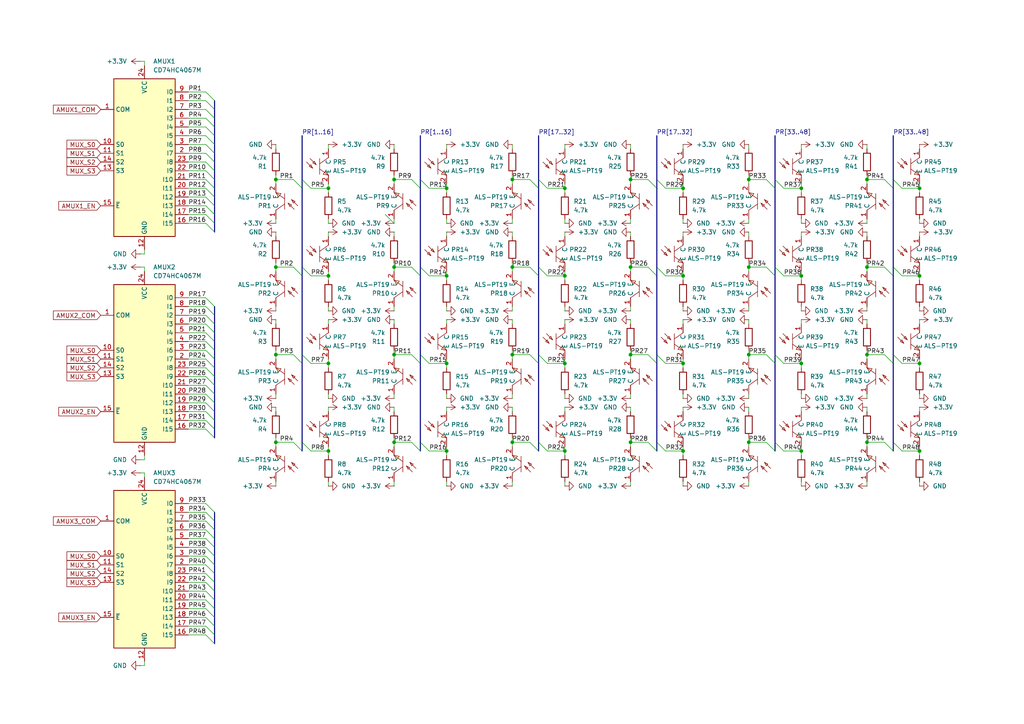
<source format=kicad_sch>
(kicad_sch (version 20231120) (generator "eeschema") (generator_version "8.0")
  (paper "A4")
  (junction (at 198.12 130.81))
  (junction (at 266.7 54.61))
  (junction (at 148.59 52.07))
  (junction (at 217.17 102.87))
  (junction (at 129.54 54.61))
  (junction (at 163.83 54.61))
  (junction (at 232.41 80.01))
  (junction (at 114.3 128.27))
  (junction (at 198.12 80.01))
  (junction (at 129.54 105.41))
  (junction (at 182.88 128.27))
  (junction (at 198.12 105.41))
  (junction (at 80.01 128.27))
  (junction (at 163.83 130.81))
  (junction (at 217.17 77.47))
  (junction (at 95.25 130.81))
  (junction (at 80.01 77.47))
  (junction (at 80.01 102.87))
  (junction (at 232.41 130.81))
  (junction (at 251.46 102.87))
  (junction (at 182.88 52.07))
  (junction (at 217.17 52.07))
  (junction (at 129.54 80.01))
  (junction (at 217.17 128.27))
  (junction (at 232.41 54.61))
  (junction (at 80.01 52.07))
  (junction (at 148.59 102.87))
  (junction (at 95.25 54.61))
  (junction (at 148.59 128.27))
  (junction (at 114.3 52.07))
  (junction (at 266.7 130.81))
  (junction (at 95.25 80.01))
  (junction (at 163.83 105.41))
  (junction (at 198.12 54.61))
  (junction (at 266.7 80.01))
  (junction (at 148.59 77.47))
  (junction (at 114.3 102.87))
  (junction (at 182.88 77.47))
  (junction (at 232.41 105.41))
  (junction (at 129.54 130.81))
  (junction (at 163.83 80.01))
  (junction (at 251.46 77.47))
  (junction (at 182.88 102.87))
  (junction (at 266.7 105.41))
  (junction (at 251.46 128.27))
  (junction (at 95.25 105.41))
  (junction (at 251.46 52.07))
  (junction (at 114.3 77.47))
  (bus_entry (at 227.33 105.41) (size -2.54 -2.54))
  (bus_entry (at 59.69 88.9) (size 2.54 2.54))
  (bus_entry (at 59.69 119.38) (size 2.54 2.54))
  (bus_entry (at 59.69 151.13) (size 2.54 2.54))
  (bus_entry (at 153.67 52.07) (size 2.54 2.54))
  (bus_entry (at 256.54 77.47) (size 2.54 2.54))
  (bus_entry (at 59.69 86.36) (size 2.54 2.54))
  (bus_entry (at 90.17 54.61) (size -2.54 -2.54))
  (bus_entry (at 59.69 57.15) (size 2.54 2.54))
  (bus_entry (at 59.69 148.59) (size 2.54 2.54))
  (bus_entry (at 59.69 96.52) (size 2.54 2.54))
  (bus_entry (at 59.69 91.44) (size 2.54 2.54))
  (bus_entry (at 158.75 105.41) (size -2.54 -2.54))
  (bus_entry (at 193.04 130.81) (size -2.54 -2.54))
  (bus_entry (at 261.62 80.01) (size -2.54 -2.54))
  (bus_entry (at 59.69 156.21) (size 2.54 2.54))
  (bus_entry (at 256.54 52.07) (size 2.54 2.54))
  (bus_entry (at 187.96 102.87) (size 2.54 2.54))
  (bus_entry (at 90.17 80.01) (size -2.54 -2.54))
  (bus_entry (at 85.09 102.87) (size 2.54 2.54))
  (bus_entry (at 187.96 52.07) (size 2.54 2.54))
  (bus_entry (at 256.54 128.27) (size 2.54 2.54))
  (bus_entry (at 59.69 179.07) (size 2.54 2.54))
  (bus_entry (at 158.75 54.61) (size -2.54 -2.54))
  (bus_entry (at 59.69 59.69) (size 2.54 2.54))
  (bus_entry (at 59.69 64.77) (size 2.54 2.54))
  (bus_entry (at 59.69 168.91) (size 2.54 2.54))
  (bus_entry (at 59.69 163.83) (size 2.54 2.54))
  (bus_entry (at 227.33 54.61) (size -2.54 -2.54))
  (bus_entry (at 193.04 54.61) (size -2.54 -2.54))
  (bus_entry (at 59.69 52.07) (size 2.54 2.54))
  (bus_entry (at 119.38 102.87) (size 2.54 2.54))
  (bus_entry (at 153.67 102.87) (size 2.54 2.54))
  (bus_entry (at 124.46 130.81) (size -2.54 -2.54))
  (bus_entry (at 158.75 80.01) (size -2.54 -2.54))
  (bus_entry (at 124.46 54.61) (size -2.54 -2.54))
  (bus_entry (at 59.69 99.06) (size 2.54 2.54))
  (bus_entry (at 59.69 46.99) (size 2.54 2.54))
  (bus_entry (at 59.69 161.29) (size 2.54 2.54))
  (bus_entry (at 59.69 29.21) (size 2.54 2.54))
  (bus_entry (at 59.69 184.15) (size 2.54 2.54))
  (bus_entry (at 119.38 52.07) (size 2.54 2.54))
  (bus_entry (at 59.69 104.14) (size 2.54 2.54))
  (bus_entry (at 85.09 52.07) (size 2.54 2.54))
  (bus_entry (at 222.25 128.27) (size 2.54 2.54))
  (bus_entry (at 187.96 77.47) (size 2.54 2.54))
  (bus_entry (at 59.69 101.6) (size 2.54 2.54))
  (bus_entry (at 59.69 106.68) (size 2.54 2.54))
  (bus_entry (at 59.69 111.76) (size 2.54 2.54))
  (bus_entry (at 59.69 173.99) (size 2.54 2.54))
  (bus_entry (at 59.69 114.3) (size 2.54 2.54))
  (bus_entry (at 111.76 62.23) (size 2.54 2.54))
  (bus_entry (at 124.46 80.01) (size -2.54 -2.54))
  (bus_entry (at 59.69 146.05) (size 2.54 2.54))
  (bus_entry (at 59.69 36.83) (size 2.54 2.54))
  (bus_entry (at 193.04 80.01) (size -2.54 -2.54))
  (bus_entry (at 59.69 26.67) (size 2.54 2.54))
  (bus_entry (at 59.69 39.37) (size 2.54 2.54))
  (bus_entry (at 193.04 105.41) (size -2.54 -2.54))
  (bus_entry (at 59.69 34.29) (size 2.54 2.54))
  (bus_entry (at 256.54 102.87) (size 2.54 2.54))
  (bus_entry (at 222.25 102.87) (size 2.54 2.54))
  (bus_entry (at 59.69 62.23) (size 2.54 2.54))
  (bus_entry (at 90.17 105.41) (size -2.54 -2.54))
  (bus_entry (at 119.38 128.27) (size 2.54 2.54))
  (bus_entry (at 90.17 130.81) (size -2.54 -2.54))
  (bus_entry (at 85.09 77.47) (size 2.54 2.54))
  (bus_entry (at 59.69 54.61) (size 2.54 2.54))
  (bus_entry (at 222.25 77.47) (size 2.54 2.54))
  (bus_entry (at 59.69 49.53) (size 2.54 2.54))
  (bus_entry (at 59.69 31.75) (size 2.54 2.54))
  (bus_entry (at 261.62 130.81) (size -2.54 -2.54))
  (bus_entry (at 59.69 166.37) (size 2.54 2.54))
  (bus_entry (at 59.69 176.53) (size 2.54 2.54))
  (bus_entry (at 59.69 121.92) (size 2.54 2.54))
  (bus_entry (at 59.69 171.45) (size 2.54 2.54))
  (bus_entry (at 227.33 80.01) (size -2.54 -2.54))
  (bus_entry (at 124.46 105.41) (size -2.54 -2.54))
  (bus_entry (at 222.25 52.07) (size 2.54 2.54))
  (bus_entry (at 261.62 105.41) (size -2.54 -2.54))
  (bus_entry (at 59.69 41.91) (size 2.54 2.54))
  (bus_entry (at 153.67 128.27) (size 2.54 2.54))
  (bus_entry (at 59.69 158.75) (size 2.54 2.54))
  (bus_entry (at 59.69 116.84) (size 2.54 2.54))
  (bus_entry (at 261.62 54.61) (size -2.54 -2.54))
  (bus_entry (at 59.69 181.61) (size 2.54 2.54))
  (bus_entry (at 119.38 77.47) (size 2.54 2.54))
  (bus_entry (at 59.69 109.22) (size 2.54 2.54))
  (bus_entry (at 59.69 44.45) (size 2.54 2.54))
  (bus_entry (at 59.69 153.67) (size 2.54 2.54))
  (bus_entry (at 227.33 130.81) (size -2.54 -2.54))
  (bus_entry (at 158.75 130.81) (size -2.54 -2.54))
  (bus_entry (at 153.67 77.47) (size 2.54 2.54))
  (bus_entry (at 59.69 124.46) (size 2.54 2.54))
  (bus_entry (at 59.69 93.98) (size 2.54 2.54))
  (bus_entry (at 85.09 128.27) (size 2.54 2.54))
  (bus_entry (at 187.96 128.27) (size 2.54 2.54))
  (bus (pts (xy 190.5 102.87) (xy 190.5 105.41)))
  (wire (pts (xy 217.17 77.47) (xy 217.17 76.2)))
  (bus (pts (xy 62.23 101.6) (xy 62.23 104.14)))
  (wire (pts (xy 119.38 77.47) (xy 114.3 77.47)))
  (wire (pts (xy 232.41 54.61) (xy 232.41 55.88)))
  (bus (pts (xy 87.63 39.37) (xy 87.63 52.07)))
  (wire (pts (xy 119.38 52.07) (xy 114.3 52.07)))
  (wire (pts (xy 148.59 129.54) (xy 148.59 128.27)))
  (bus (pts (xy 62.23 148.59) (xy 62.23 151.13)))
  (bus (pts (xy 87.63 102.87) (xy 87.63 105.41)))
  (wire (pts (xy 232.41 104.14) (xy 232.41 105.41)))
  (bus (pts (xy 62.23 52.07) (xy 62.23 54.61)))
  (bus (pts (xy 62.23 57.15) (xy 62.23 59.69)))
  (wire (pts (xy 54.61 181.61) (xy 59.69 181.61)))
  (bus (pts (xy 62.23 119.38) (xy 62.23 121.92)))
  (wire (pts (xy 129.54 64.77) (xy 129.54 63.5)))
  (bus (pts (xy 190.5 77.47) (xy 190.5 80.01)))
  (wire (pts (xy 217.17 78.74) (xy 217.17 77.47)))
  (wire (pts (xy 54.61 86.36) (xy 59.69 86.36)))
  (wire (pts (xy 114.3 118.11) (xy 114.3 119.38)))
  (wire (pts (xy 217.17 92.71) (xy 217.17 93.98)))
  (wire (pts (xy 114.3 53.34) (xy 114.3 52.07)))
  (wire (pts (xy 163.83 118.11) (xy 163.83 119.38)))
  (wire (pts (xy 80.01 77.47) (xy 80.01 76.2)))
  (wire (pts (xy 266.7 78.74) (xy 266.7 80.01)))
  (wire (pts (xy 54.61 109.22) (xy 59.69 109.22)))
  (bus (pts (xy 224.79 77.47) (xy 224.79 80.01)))
  (wire (pts (xy 217.17 115.57) (xy 217.17 114.3)))
  (wire (pts (xy 95.25 92.71) (xy 95.25 93.98)))
  (wire (pts (xy 163.83 53.34) (xy 163.83 54.61)))
  (wire (pts (xy 227.33 80.01) (xy 232.41 80.01)))
  (wire (pts (xy 182.88 102.87) (xy 182.88 101.6)))
  (wire (pts (xy 163.83 64.77) (xy 163.83 63.5)))
  (wire (pts (xy 148.59 53.34) (xy 148.59 52.07)))
  (wire (pts (xy 129.54 118.11) (xy 129.54 119.38)))
  (bus (pts (xy 62.23 54.61) (xy 62.23 57.15)))
  (wire (pts (xy 232.41 115.57) (xy 232.41 114.3)))
  (wire (pts (xy 251.46 140.97) (xy 251.46 139.7)))
  (wire (pts (xy 114.3 90.17) (xy 114.3 88.9)))
  (wire (pts (xy 182.88 115.57) (xy 182.88 114.3)))
  (wire (pts (xy 163.83 54.61) (xy 163.83 55.88)))
  (bus (pts (xy 62.23 109.22) (xy 62.23 111.76)))
  (wire (pts (xy 266.7 115.57) (xy 266.7 114.3)))
  (wire (pts (xy 232.41 90.17) (xy 232.41 88.9)))
  (wire (pts (xy 198.12 78.74) (xy 198.12 80.01)))
  (bus (pts (xy 156.21 102.87) (xy 156.21 105.41)))
  (wire (pts (xy 232.41 78.74) (xy 232.41 80.01)))
  (wire (pts (xy 251.46 78.74) (xy 251.46 77.47)))
  (bus (pts (xy 62.23 171.45) (xy 62.23 173.99)))
  (bus (pts (xy 224.79 54.61) (xy 224.79 77.47)))
  (wire (pts (xy 114.3 129.54) (xy 114.3 128.27)))
  (wire (pts (xy 124.46 54.61) (xy 129.54 54.61)))
  (wire (pts (xy 54.61 124.46) (xy 59.69 124.46)))
  (bus (pts (xy 62.23 176.53) (xy 62.23 179.07)))
  (wire (pts (xy 54.61 26.67) (xy 59.69 26.67)))
  (wire (pts (xy 54.61 49.53) (xy 59.69 49.53)))
  (wire (pts (xy 129.54 53.34) (xy 129.54 54.61)))
  (wire (pts (xy 95.25 118.11) (xy 95.25 119.38)))
  (wire (pts (xy 95.25 64.77) (xy 95.25 63.5)))
  (wire (pts (xy 80.01 92.71) (xy 80.01 93.98)))
  (bus (pts (xy 62.23 121.92) (xy 62.23 124.46)))
  (wire (pts (xy 54.61 46.99) (xy 59.69 46.99)))
  (wire (pts (xy 187.96 52.07) (xy 182.88 52.07)))
  (wire (pts (xy 80.01 128.27) (xy 80.01 127)))
  (wire (pts (xy 148.59 104.14) (xy 148.59 102.87)))
  (wire (pts (xy 256.54 77.47) (xy 251.46 77.47)))
  (wire (pts (xy 227.33 54.61) (xy 232.41 54.61)))
  (wire (pts (xy 163.83 92.71) (xy 163.83 93.98)))
  (wire (pts (xy 193.04 54.61) (xy 198.12 54.61)))
  (wire (pts (xy 182.88 90.17) (xy 182.88 88.9)))
  (wire (pts (xy 148.59 115.57) (xy 148.59 114.3)))
  (wire (pts (xy 261.62 130.81) (xy 266.7 130.81)))
  (wire (pts (xy 217.17 64.77) (xy 217.17 63.5)))
  (wire (pts (xy 266.7 118.11) (xy 266.7 119.38)))
  (bus (pts (xy 62.23 111.76) (xy 62.23 114.3)))
  (wire (pts (xy 217.17 90.17) (xy 217.17 88.9)))
  (wire (pts (xy 54.61 93.98) (xy 59.69 93.98)))
  (wire (pts (xy 198.12 90.17) (xy 198.12 88.9)))
  (wire (pts (xy 232.41 140.97) (xy 232.41 139.7)))
  (wire (pts (xy 80.01 118.11) (xy 80.01 119.38)))
  (bus (pts (xy 62.23 49.53) (xy 62.23 52.07)))
  (bus (pts (xy 62.23 91.44) (xy 62.23 93.98)))
  (bus (pts (xy 62.23 173.99) (xy 62.23 176.53)))
  (wire (pts (xy 232.41 130.81) (xy 232.41 132.08)))
  (wire (pts (xy 198.12 64.77) (xy 198.12 63.5)))
  (wire (pts (xy 163.83 140.97) (xy 163.83 139.7)))
  (bus (pts (xy 87.63 77.47) (xy 87.63 80.01)))
  (wire (pts (xy 54.61 101.6) (xy 59.69 101.6)))
  (wire (pts (xy 54.61 29.21) (xy 59.69 29.21)))
  (bus (pts (xy 190.5 52.07) (xy 190.5 54.61)))
  (bus (pts (xy 87.63 52.07) (xy 87.63 54.61)))
  (wire (pts (xy 40.64 133.35) (xy 41.91 133.35)))
  (wire (pts (xy 129.54 78.74) (xy 129.54 80.01)))
  (wire (pts (xy 261.62 80.01) (xy 266.7 80.01)))
  (wire (pts (xy 54.61 163.83) (xy 59.69 163.83)))
  (bus (pts (xy 190.5 105.41) (xy 190.5 128.27)))
  (wire (pts (xy 198.12 130.81) (xy 198.12 132.08)))
  (wire (pts (xy 114.3 104.14) (xy 114.3 102.87)))
  (wire (pts (xy 251.46 118.11) (xy 251.46 119.38)))
  (wire (pts (xy 153.67 52.07) (xy 148.59 52.07)))
  (wire (pts (xy 119.38 102.87) (xy 114.3 102.87)))
  (wire (pts (xy 54.61 148.59) (xy 59.69 148.59)))
  (bus (pts (xy 62.23 114.3) (xy 62.23 116.84)))
  (bus (pts (xy 62.23 41.91) (xy 62.23 44.45)))
  (bus (pts (xy 156.21 128.27) (xy 156.21 130.81)))
  (wire (pts (xy 80.01 52.07) (xy 80.01 50.8)))
  (wire (pts (xy 251.46 104.14) (xy 251.46 102.87)))
  (wire (pts (xy 95.25 129.54) (xy 95.25 130.81)))
  (wire (pts (xy 80.01 41.91) (xy 80.01 43.18)))
  (wire (pts (xy 227.33 105.41) (xy 232.41 105.41)))
  (wire (pts (xy 80.01 140.97) (xy 80.01 139.7)))
  (wire (pts (xy 266.7 90.17) (xy 266.7 88.9)))
  (bus (pts (xy 62.23 124.46) (xy 62.23 127)))
  (wire (pts (xy 124.46 130.81) (xy 129.54 130.81)))
  (bus (pts (xy 87.63 80.01) (xy 87.63 102.87)))
  (wire (pts (xy 80.01 90.17) (xy 80.01 88.9)))
  (bus (pts (xy 62.23 106.68) (xy 62.23 109.22)))
  (wire (pts (xy 114.3 92.71) (xy 114.3 93.98)))
  (wire (pts (xy 182.88 104.14) (xy 182.88 102.87)))
  (wire (pts (xy 232.41 64.77) (xy 232.41 63.5)))
  (wire (pts (xy 95.25 80.01) (xy 95.25 81.28)))
  (wire (pts (xy 148.59 64.77) (xy 148.59 63.5)))
  (wire (pts (xy 54.61 99.06) (xy 59.69 99.06)))
  (wire (pts (xy 129.54 140.97) (xy 129.54 139.7)))
  (wire (pts (xy 80.01 129.54) (xy 80.01 128.27)))
  (wire (pts (xy 95.25 130.81) (xy 95.25 132.08)))
  (wire (pts (xy 54.61 106.68) (xy 59.69 106.68)))
  (wire (pts (xy 114.3 77.47) (xy 114.3 76.2)))
  (wire (pts (xy 193.04 105.41) (xy 198.12 105.41)))
  (wire (pts (xy 163.83 80.01) (xy 163.83 81.28)))
  (wire (pts (xy 251.46 92.71) (xy 251.46 93.98)))
  (bus (pts (xy 224.79 80.01) (xy 224.79 102.87)))
  (wire (pts (xy 54.61 41.91) (xy 59.69 41.91)))
  (wire (pts (xy 148.59 102.87) (xy 148.59 101.6)))
  (wire (pts (xy 251.46 90.17) (xy 251.46 88.9)))
  (wire (pts (xy 95.25 140.97) (xy 95.25 139.7)))
  (bus (pts (xy 224.79 102.87) (xy 224.79 105.41)))
  (wire (pts (xy 163.83 78.74) (xy 163.83 80.01)))
  (wire (pts (xy 148.59 140.97) (xy 148.59 139.7)))
  (bus (pts (xy 62.23 104.14) (xy 62.23 106.68)))
  (bus (pts (xy 62.23 62.23) (xy 62.23 64.77)))
  (bus (pts (xy 121.92 105.41) (xy 121.92 128.27)))
  (wire (pts (xy 256.54 52.07) (xy 251.46 52.07)))
  (wire (pts (xy 232.41 118.11) (xy 232.41 119.38)))
  (wire (pts (xy 54.61 52.07) (xy 59.69 52.07)))
  (wire (pts (xy 198.12 80.01) (xy 198.12 81.28)))
  (wire (pts (xy 41.91 73.66) (xy 41.91 72.39)))
  (bus (pts (xy 62.23 59.69) (xy 62.23 62.23)))
  (wire (pts (xy 90.17 54.61) (xy 95.25 54.61)))
  (wire (pts (xy 80.01 53.34) (xy 80.01 52.07)))
  (wire (pts (xy 163.83 41.91) (xy 163.83 43.18)))
  (wire (pts (xy 119.38 128.27) (xy 114.3 128.27)))
  (wire (pts (xy 266.7 67.31) (xy 266.7 68.58)))
  (wire (pts (xy 217.17 41.91) (xy 217.17 43.18)))
  (wire (pts (xy 217.17 67.31) (xy 217.17 68.58)))
  (wire (pts (xy 54.61 184.15) (xy 59.69 184.15)))
  (wire (pts (xy 95.25 54.61) (xy 95.25 55.88)))
  (bus (pts (xy 190.5 80.01) (xy 190.5 102.87)))
  (wire (pts (xy 95.25 41.91) (xy 95.25 43.18)))
  (wire (pts (xy 163.83 90.17) (xy 163.83 88.9)))
  (wire (pts (xy 114.3 64.77) (xy 114.3 63.5)))
  (wire (pts (xy 41.91 77.47) (xy 41.91 78.74)))
  (bus (pts (xy 62.23 34.29) (xy 62.23 36.83)))
  (wire (pts (xy 163.83 67.31) (xy 163.83 68.58)))
  (wire (pts (xy 193.04 80.01) (xy 198.12 80.01)))
  (wire (pts (xy 124.46 105.41) (xy 129.54 105.41)))
  (bus (pts (xy 121.92 80.01) (xy 121.92 102.87)))
  (wire (pts (xy 217.17 104.14) (xy 217.17 102.87)))
  (wire (pts (xy 182.88 53.34) (xy 182.88 52.07)))
  (wire (pts (xy 54.61 116.84) (xy 59.69 116.84)))
  (bus (pts (xy 190.5 54.61) (xy 190.5 77.47)))
  (bus (pts (xy 121.92 39.37) (xy 121.92 52.07)))
  (wire (pts (xy 95.25 90.17) (xy 95.25 88.9)))
  (wire (pts (xy 222.25 128.27) (xy 217.17 128.27)))
  (wire (pts (xy 163.83 129.54) (xy 163.83 130.81)))
  (wire (pts (xy 95.25 104.14) (xy 95.25 105.41)))
  (bus (pts (xy 121.92 102.87) (xy 121.92 105.41)))
  (wire (pts (xy 40.64 137.16) (xy 41.91 137.16)))
  (wire (pts (xy 54.61 156.21) (xy 59.69 156.21)))
  (bus (pts (xy 62.23 88.9) (xy 62.23 91.44)))
  (wire (pts (xy 54.61 31.75) (xy 59.69 31.75)))
  (wire (pts (xy 80.01 102.87) (xy 80.01 101.6)))
  (wire (pts (xy 114.3 115.57) (xy 114.3 114.3)))
  (wire (pts (xy 80.01 78.74) (xy 80.01 77.47)))
  (wire (pts (xy 54.61 96.52) (xy 59.69 96.52)))
  (wire (pts (xy 54.61 62.23) (xy 59.69 62.23)))
  (wire (pts (xy 232.41 67.31) (xy 232.41 68.58)))
  (bus (pts (xy 156.21 77.47) (xy 156.21 80.01)))
  (wire (pts (xy 153.67 102.87) (xy 148.59 102.87)))
  (wire (pts (xy 80.01 64.77) (xy 80.01 63.5)))
  (wire (pts (xy 163.83 130.81) (xy 163.83 132.08)))
  (wire (pts (xy 54.61 176.53) (xy 59.69 176.53)))
  (wire (pts (xy 153.67 77.47) (xy 148.59 77.47)))
  (wire (pts (xy 148.59 41.91) (xy 148.59 43.18)))
  (wire (pts (xy 198.12 140.97) (xy 198.12 139.7)))
  (wire (pts (xy 187.96 102.87) (xy 182.88 102.87)))
  (wire (pts (xy 266.7 104.14) (xy 266.7 105.41)))
  (wire (pts (xy 217.17 53.34) (xy 217.17 52.07)))
  (bus (pts (xy 62.23 31.75) (xy 62.23 34.29)))
  (wire (pts (xy 232.41 53.34) (xy 232.41 54.61)))
  (bus (pts (xy 224.79 128.27) (xy 224.79 130.81)))
  (wire (pts (xy 54.61 64.77) (xy 59.69 64.77)))
  (bus (pts (xy 87.63 54.61) (xy 87.63 77.47)))
  (wire (pts (xy 54.61 171.45) (xy 59.69 171.45)))
  (wire (pts (xy 163.83 115.57) (xy 163.83 114.3)))
  (bus (pts (xy 62.23 99.06) (xy 62.23 101.6)))
  (wire (pts (xy 198.12 105.41) (xy 198.12 106.68)))
  (wire (pts (xy 261.62 54.61) (xy 266.7 54.61)))
  (wire (pts (xy 222.25 102.87) (xy 217.17 102.87)))
  (wire (pts (xy 54.61 114.3) (xy 59.69 114.3)))
  (wire (pts (xy 251.46 128.27) (xy 251.46 127)))
  (wire (pts (xy 182.88 140.97) (xy 182.88 139.7)))
  (wire (pts (xy 198.12 53.34) (xy 198.12 54.61)))
  (wire (pts (xy 95.25 67.31) (xy 95.25 68.58)))
  (wire (pts (xy 182.88 128.27) (xy 182.88 127)))
  (wire (pts (xy 266.7 105.41) (xy 266.7 106.68)))
  (wire (pts (xy 198.12 115.57) (xy 198.12 114.3)))
  (bus (pts (xy 62.23 39.37) (xy 62.23 41.91)))
  (wire (pts (xy 54.61 39.37) (xy 59.69 39.37)))
  (wire (pts (xy 187.96 77.47) (xy 182.88 77.47)))
  (wire (pts (xy 54.61 44.45) (xy 59.69 44.45)))
  (wire (pts (xy 163.83 104.14) (xy 163.83 105.41)))
  (wire (pts (xy 85.09 128.27) (xy 80.01 128.27)))
  (bus (pts (xy 259.08 105.41) (xy 259.08 128.27)))
  (wire (pts (xy 41.91 193.04) (xy 41.91 191.77)))
  (wire (pts (xy 54.61 121.92) (xy 59.69 121.92)))
  (bus (pts (xy 62.23 44.45) (xy 62.23 46.99)))
  (bus (pts (xy 62.23 184.15) (xy 62.23 186.69)))
  (wire (pts (xy 54.61 57.15) (xy 59.69 57.15)))
  (bus (pts (xy 62.23 158.75) (xy 62.23 161.29)))
  (wire (pts (xy 158.75 105.41) (xy 163.83 105.41)))
  (wire (pts (xy 251.46 77.47) (xy 251.46 76.2)))
  (wire (pts (xy 54.61 146.05) (xy 59.69 146.05)))
  (wire (pts (xy 148.59 52.07) (xy 148.59 50.8)))
  (bus (pts (xy 156.21 39.37) (xy 156.21 52.07)))
  (wire (pts (xy 251.46 41.91) (xy 251.46 43.18)))
  (wire (pts (xy 129.54 104.14) (xy 129.54 105.41)))
  (bus (pts (xy 62.23 168.91) (xy 62.23 171.45)))
  (wire (pts (xy 54.61 151.13) (xy 59.69 151.13)))
  (wire (pts (xy 148.59 92.71) (xy 148.59 93.98)))
  (bus (pts (xy 121.92 128.27) (xy 121.92 130.81)))
  (wire (pts (xy 85.09 102.87) (xy 80.01 102.87)))
  (wire (pts (xy 148.59 128.27) (xy 148.59 127)))
  (bus (pts (xy 259.08 39.37) (xy 259.08 52.07)))
  (wire (pts (xy 41.91 17.78) (xy 41.91 19.05)))
  (bus (pts (xy 121.92 52.07) (xy 121.92 54.61)))
  (bus (pts (xy 62.23 96.52) (xy 62.23 99.06)))
  (wire (pts (xy 129.54 115.57) (xy 129.54 114.3)))
  (wire (pts (xy 54.61 168.91) (xy 59.69 168.91)))
  (wire (pts (xy 198.12 41.91) (xy 198.12 43.18)))
  (wire (pts (xy 266.7 140.97) (xy 266.7 139.7)))
  (bus (pts (xy 224.79 52.07) (xy 224.79 54.61)))
  (wire (pts (xy 54.61 54.61) (xy 59.69 54.61)))
  (bus (pts (xy 62.23 64.77) (xy 62.23 67.31)))
  (wire (pts (xy 222.25 52.07) (xy 217.17 52.07)))
  (wire (pts (xy 266.7 129.54) (xy 266.7 130.81)))
  (bus (pts (xy 62.23 93.98) (xy 62.23 96.52)))
  (wire (pts (xy 114.3 128.27) (xy 114.3 127)))
  (wire (pts (xy 256.54 102.87) (xy 251.46 102.87)))
  (wire (pts (xy 54.61 166.37) (xy 59.69 166.37)))
  (wire (pts (xy 148.59 118.11) (xy 148.59 119.38)))
  (wire (pts (xy 251.46 67.31) (xy 251.46 68.58)))
  (wire (pts (xy 251.46 129.54) (xy 251.46 128.27)))
  (wire (pts (xy 153.67 128.27) (xy 148.59 128.27)))
  (wire (pts (xy 198.12 54.61) (xy 198.12 55.88)))
  (wire (pts (xy 54.61 88.9) (xy 59.69 88.9)))
  (wire (pts (xy 54.61 179.07) (xy 59.69 179.07)))
  (wire (pts (xy 232.41 41.91) (xy 232.41 43.18)))
  (wire (pts (xy 232.41 129.54) (xy 232.41 130.81)))
  (wire (pts (xy 198.12 129.54) (xy 198.12 130.81)))
  (wire (pts (xy 85.09 77.47) (xy 80.01 77.47)))
  (wire (pts (xy 266.7 54.61) (xy 266.7 55.88)))
  (wire (pts (xy 54.61 161.29) (xy 59.69 161.29)))
  (bus (pts (xy 62.23 166.37) (xy 62.23 168.91)))
  (bus (pts (xy 259.08 80.01) (xy 259.08 102.87)))
  (wire (pts (xy 80.01 115.57) (xy 80.01 114.3)))
  (wire (pts (xy 182.88 77.47) (xy 182.88 76.2)))
  (wire (pts (xy 232.41 92.71) (xy 232.41 93.98)))
  (wire (pts (xy 129.54 41.91) (xy 129.54 43.18)))
  (bus (pts (xy 62.23 156.21) (xy 62.23 158.75)))
  (wire (pts (xy 198.12 67.31) (xy 198.12 68.58)))
  (wire (pts (xy 114.3 78.74) (xy 114.3 77.47)))
  (wire (pts (xy 266.7 41.91) (xy 266.7 43.18)))
  (wire (pts (xy 54.61 119.38) (xy 59.69 119.38)))
  (wire (pts (xy 129.54 54.61) (xy 129.54 55.88)))
  (wire (pts (xy 80.01 104.14) (xy 80.01 102.87)))
  (wire (pts (xy 54.61 158.75) (xy 59.69 158.75)))
  (bus (pts (xy 259.08 128.27) (xy 259.08 130.81)))
  (wire (pts (xy 193.04 130.81) (xy 198.12 130.81)))
  (bus (pts (xy 190.5 128.27) (xy 190.5 130.81)))
  (wire (pts (xy 54.61 111.76) (xy 59.69 111.76)))
  (wire (pts (xy 251.46 53.34) (xy 251.46 52.07)))
  (bus (pts (xy 62.23 116.84) (xy 62.23 119.38)))
  (wire (pts (xy 232.41 80.01) (xy 232.41 81.28)))
  (wire (pts (xy 129.54 92.71) (xy 129.54 93.98)))
  (bus (pts (xy 62.23 36.83) (xy 62.23 39.37)))
  (bus (pts (xy 62.23 46.99) (xy 62.23 49.53)))
  (wire (pts (xy 114.3 140.97) (xy 114.3 139.7)))
  (wire (pts (xy 251.46 115.57) (xy 251.46 114.3)))
  (wire (pts (xy 163.83 105.41) (xy 163.83 106.68)))
  (wire (pts (xy 182.88 92.71) (xy 182.88 93.98)))
  (wire (pts (xy 182.88 67.31) (xy 182.88 68.58)))
  (wire (pts (xy 148.59 67.31) (xy 148.59 68.58)))
  (wire (pts (xy 90.17 105.41) (xy 95.25 105.41)))
  (wire (pts (xy 266.7 80.01) (xy 266.7 81.28)))
  (wire (pts (xy 54.61 59.69) (xy 59.69 59.69)))
  (wire (pts (xy 90.17 80.01) (xy 95.25 80.01)))
  (bus (pts (xy 62.23 179.07) (xy 62.23 181.61)))
  (wire (pts (xy 114.3 41.91) (xy 114.3 43.18)))
  (bus (pts (xy 62.23 161.29) (xy 62.23 163.83)))
  (wire (pts (xy 114.3 52.07) (xy 114.3 50.8)))
  (wire (pts (xy 217.17 52.07) (xy 217.17 50.8)))
  (wire (pts (xy 217.17 118.11) (xy 217.17 119.38)))
  (wire (pts (xy 54.61 153.67) (xy 59.69 153.67)))
  (wire (pts (xy 54.61 36.83) (xy 59.69 36.83)))
  (wire (pts (xy 198.12 92.71) (xy 198.12 93.98)))
  (wire (pts (xy 182.88 41.91) (xy 182.88 43.18)))
  (wire (pts (xy 158.75 54.61) (xy 163.83 54.61)))
  (wire (pts (xy 41.91 137.16) (xy 41.91 138.43)))
  (wire (pts (xy 85.09 52.07) (xy 80.01 52.07)))
  (wire (pts (xy 40.64 73.66) (xy 41.91 73.66)))
  (wire (pts (xy 41.91 133.35) (xy 41.91 132.08)))
  (wire (pts (xy 198.12 118.11) (xy 198.12 119.38)))
  (bus (pts (xy 62.23 163.83) (xy 62.23 166.37)))
  (wire (pts (xy 232.41 105.41) (xy 232.41 106.68)))
  (wire (pts (xy 266.7 64.77) (xy 266.7 63.5)))
  (wire (pts (xy 251.46 102.87) (xy 251.46 101.6)))
  (wire (pts (xy 182.88 78.74) (xy 182.88 77.47)))
  (bus (pts (xy 224.79 39.37) (xy 224.79 52.07)))
  (bus (pts (xy 62.23 181.61) (xy 62.23 184.15)))
  (wire (pts (xy 124.46 80.01) (xy 129.54 80.01)))
  (wire (pts (xy 222.25 77.47) (xy 217.17 77.47)))
  (bus (pts (xy 156.21 54.61) (xy 156.21 77.47)))
  (wire (pts (xy 217.17 129.54) (xy 217.17 128.27)))
  (wire (pts (xy 182.88 52.07) (xy 182.88 50.8)))
  (wire (pts (xy 129.54 105.41) (xy 129.54 106.68)))
  (bus (pts (xy 62.23 29.21) (xy 62.23 31.75)))
  (wire (pts (xy 95.25 115.57) (xy 95.25 114.3)))
  (wire (pts (xy 182.88 64.77) (xy 182.88 63.5)))
  (bus (pts (xy 156.21 80.01) (xy 156.21 102.87)))
  (bus (pts (xy 87.63 105.41) (xy 87.63 128.27)))
  (wire (pts (xy 266.7 53.34) (xy 266.7 54.61)))
  (wire (pts (xy 217.17 102.87) (xy 217.17 101.6)))
  (bus (pts (xy 259.08 102.87) (xy 259.08 105.41)))
  (bus (pts (xy 156.21 52.07) (xy 156.21 54.61)))
  (bus (pts (xy 259.08 77.47) (xy 259.08 80.01)))
  (wire (pts (xy 95.25 53.34) (xy 95.25 54.61)))
  (wire (pts (xy 187.96 128.27) (xy 182.88 128.27)))
  (bus (pts (xy 62.23 151.13) (xy 62.23 153.67)))
  (wire (pts (xy 54.61 173.99) (xy 59.69 173.99)))
  (wire (pts (xy 158.75 130.81) (xy 163.83 130.81)))
  (wire (pts (xy 129.54 90.17) (xy 129.54 88.9)))
  (wire (pts (xy 129.54 67.31) (xy 129.54 68.58)))
  (wire (pts (xy 148.59 90.17) (xy 148.59 88.9)))
  (wire (pts (xy 54.61 91.44) (xy 59.69 91.44)))
  (wire (pts (xy 266.7 130.81) (xy 266.7 132.08)))
  (wire (pts (xy 251.46 52.07) (xy 251.46 50.8)))
  (bus (pts (xy 87.63 128.27) (xy 87.63 130.81)))
  (wire (pts (xy 40.64 17.78) (xy 41.91 17.78)))
  (wire (pts (xy 266.7 92.71) (xy 266.7 93.98)))
  (wire (pts (xy 80.01 67.31) (xy 80.01 68.58)))
  (bus (pts (xy 259.08 52.07) (xy 259.08 54.61)))
  (wire (pts (xy 261.62 105.41) (xy 266.7 105.41)))
  (bus (pts (xy 259.08 54.61) (xy 259.08 77.47)))
  (wire (pts (xy 40.64 193.04) (xy 41.91 193.04)))
  (bus (pts (xy 190.5 39.37) (xy 190.5 52.07)))
  (wire (pts (xy 158.75 80.01) (xy 163.83 80.01)))
  (wire (pts (xy 217.17 140.97) (xy 217.17 139.7)))
  (wire (pts (xy 182.88 118.11) (xy 182.88 119.38)))
  (wire (pts (xy 95.25 105.41) (xy 95.25 106.68)))
  (wire (pts (xy 40.64 77.47) (xy 41.91 77.47)))
  (wire (pts (xy 148.59 78.74) (xy 148.59 77.47)))
  (wire (pts (xy 114.3 67.31) (xy 114.3 68.58)))
  (bus (pts (xy 156.21 105.41) (xy 156.21 128.27)))
  (wire (pts (xy 129.54 129.54) (xy 129.54 130.81)))
  (wire (pts (xy 90.17 130.81) (xy 95.25 130.81)))
  (wire (pts (xy 256.54 128.27) (xy 251.46 128.27)))
  (wire (pts (xy 148.59 77.47) (xy 148.59 76.2)))
  (wire (pts (xy 54.61 34.29) (xy 59.69 34.29)))
  (wire (pts (xy 129.54 130.81) (xy 129.54 132.08)))
  (wire (pts (xy 198.12 104.14) (xy 198.12 105.41)))
  (wire (pts (xy 114.3 102.87) (xy 114.3 101.6)))
  (wire (pts (xy 182.88 129.54) (xy 182.88 128.27)))
  (wire (pts (xy 251.46 64.77) (xy 251.46 63.5)))
  (wire (pts (xy 217.17 128.27) (xy 217.17 127)))
  (wire (pts (xy 129.54 80.01) (xy 129.54 81.28)))
  (bus (pts (xy 121.92 54.61) (xy 121.92 77.47)))
  (bus (pts (xy 121.92 77.47) (xy 121.92 80.01)))
  (wire (pts (xy 227.33 130.81) (xy 232.41 130.81)))
  (wire (pts (xy 54.61 104.14) (xy 59.69 104.14)))
  (bus (pts (xy 62.23 153.67) (xy 62.23 156.21)))
  (bus (pts (xy 224.79 105.41) (xy 224.79 128.27)))
  (wire (pts (xy 95.25 78.74) (xy 95.25 80.01)))
  (label "PR30" (at 193.04 80.01 0))
  (label "PR10" (at 119.38 77.47 180))
  (label "PR34" (at 54.61 148.59 0))
  (label "PR14" (at 124.46 80.01 0))
  (label "PR21" (at 54.61 96.52 0))
  (label "PR33" (at 222.25 52.07 180))
  (label "PR38" (at 227.33 80.01 0))
  (label "PR26" (at 54.61 109.22 0))
  (label "PR36" (at 222.25 128.27 180))
  (label "PR31" (at 54.61 121.92 0))
  (label "PR2" (at 54.61 29.21 0))
  (label "PR44" (at 54.61 173.99 0))
  (label "PR42" (at 256.54 77.47 180))
  (label "PR42" (at 54.61 168.91 0))
  (label "PR48" (at 261.62 130.81 0))
  (label "PR18" (at 153.67 77.47 180))
  (label "PR17" (at 153.67 52.07 180))
  (label "PR39" (at 54.61 161.29 0))
  (label "PR25" (at 187.96 52.07 180))
  (label "PR27" (at 187.96 102.87 180))
  (label "PR22" (at 54.61 99.06 0))
  (label "PR47" (at 54.61 181.61 0))
  (label "PR5" (at 90.17 54.61 0))
  (label "PR44" (at 256.54 128.27 180))
  (label "PR41" (at 54.61 166.37 0))
  (label "PR3" (at 85.09 102.87 180))
  (label "PR33" (at 54.61 146.05 0))
  (label "PR46" (at 54.61 179.07 0))
  (label "PR36" (at 54.61 153.67 0))
  (label "PR9" (at 54.61 46.99 0))
  (label "PR11" (at 54.61 52.07 0))
  (label "PR48" (at 54.61 184.15 0))
  (label "PR26" (at 187.96 77.47 180))
  (label "PR29" (at 193.04 54.61 0))
  (label "PR14" (at 54.61 59.69 0))
  (label "PR[17..32]" (at 156.21 39.37 0))
  (label "PR35" (at 222.25 102.87 180))
  (label "PR15" (at 54.61 62.23 0))
  (label "PR23" (at 158.75 105.41 0))
  (label "PR15" (at 124.46 105.41 0))
  (label "PR23" (at 54.61 101.6 0))
  (label "PR[1..16]" (at 121.92 39.37 0))
  (label "PR25" (at 54.61 106.68 0))
  (label "PR4" (at 54.61 34.29 0))
  (label "PR37" (at 227.33 54.61 0))
  (label "PR46" (at 261.62 80.01 0))
  (label "PR28" (at 187.96 128.27 180))
  (label "PR22" (at 158.75 80.01 0))
  (label "PR12" (at 54.61 54.61 0))
  (label "PR38" (at 54.61 158.75 0))
  (label "PR20" (at 153.67 128.27 180))
  (label "PR16" (at 54.61 64.77 0))
  (label "PR8" (at 54.61 44.45 0))
  (label "PR7" (at 54.61 41.91 0))
  (label "PR18" (at 54.61 88.9 0))
  (label "PR32" (at 54.61 124.46 0))
  (label "PR7" (at 90.17 105.41 0))
  (label "PR40" (at 54.61 163.83 0))
  (label "PR35" (at 54.61 151.13 0))
  (label "PR6" (at 54.61 39.37 0))
  (label "PR8" (at 90.17 130.81 0))
  (label "PR17" (at 54.61 86.36 0))
  (label "PR6" (at 90.17 80.01 0))
  (label "PR20" (at 54.61 93.98 0))
  (label "PR31" (at 193.04 105.41 0))
  (label "PR21" (at 158.75 54.61 0))
  (label "PR30" (at 54.61 119.38 0))
  (label "PR4" (at 85.09 128.27 180))
  (label "PR40" (at 227.33 130.81 0))
  (label "PR24" (at 54.61 104.14 0))
  (label "PR10" (at 54.61 49.53 0))
  (label "PR5" (at 54.61 36.83 0))
  (label "PR3" (at 54.61 31.75 0))
  (label "PR27" (at 54.61 111.76 0))
  (label "PR9" (at 119.38 52.07 180))
  (label "PR19" (at 54.61 91.44 0))
  (label "PR34" (at 222.25 77.47 180))
  (label "PR16" (at 124.46 130.81 0))
  (label "PR1" (at 54.61 26.67 0))
  (label "PR43" (at 54.61 171.45 0))
  (label "PR12" (at 119.38 128.27 180))
  (label "PR13" (at 54.61 57.15 0))
  (label "PR39" (at 227.33 105.41 0))
  (label "PR13" (at 124.46 54.61 0))
  (label "PR24" (at 158.75 130.81 0))
  (label "PR[33..48]" (at 224.79 39.37 0))
  (label "PR2" (at 85.09 77.47 180))
  (label "PR[33..48]" (at 259.08 39.37 0))
  (label "PR28" (at 54.61 114.3 0))
  (label "PR[17..32]" (at 190.5 39.37 0))
  (label "PR32" (at 193.04 130.81 0))
  (label "PR1" (at 85.09 52.07 180))
  (label "PR11" (at 119.38 102.87 180))
  (label "PR41" (at 256.54 52.07 180))
  (label "PR47" (at 261.62 105.41 0))
  (label "PR19" (at 153.67 102.87 180))
  (label "PR[1..16]" (at 87.63 39.37 0))
  (label "PR29" (at 54.61 116.84 0))
  (label "PR45" (at 261.62 54.61 0))
  (label "PR43" (at 256.54 102.87 180))
  (label "PR45" (at 54.61 176.53 0))
  (label "PR37" (at 54.61 156.21 0))
  (global_label "AMUX2_COM" (shape input) (at 29.21 91.44 180) (property "Intersheetrefs" "${INTERSHEET_REFS}" (effects (hide yes))))
  (global_label "MUX_S3" (shape input) (at 29.21 49.53 180) (property "Intersheetrefs" "${INTERSHEET_REFS}" (effects (hide yes))))
  (global_label "MUX_S0" (shape input) (at 29.21 101.6 180) (property "Intersheetrefs" "${INTERSHEET_REFS}" (effects (hide yes))))
  (global_label "MUX_S1" (shape input) (at 29.21 163.83 180) (property "Intersheetrefs" "${INTERSHEET_REFS}" (effects (hide yes))))
  (global_label "AMUX3_COM" (shape input) (at 29.21 151.13 180) (property "Intersheetrefs" "${INTERSHEET_REFS}" (effects (hide yes))))
  (global_label "AMUX2_EN" (shape input) (at 29.21 119.38 180) (property "Intersheetrefs" "${INTERSHEET_REFS}" (effects (hide yes))))
  (global_label "MUX_S0" (shape input) (at 29.21 41.91 180) (property "Intersheetrefs" "${INTERSHEET_REFS}" (effects (hide yes))))
  (global_label "MUX_S0" (shape input) (at 29.21 161.29 180) (property "Intersheetrefs" "${INTERSHEET_REFS}" (effects (hide yes))))
  (global_label "MUX_S3" (shape input) (at 29.21 109.22 180) (property "Intersheetrefs" "${INTERSHEET_REFS}" (effects (hide yes))))
  (global_label "AMUX1_COM" (shape input) (at 29.21 31.75 180) (property "Intersheetrefs" "${INTERSHEET_REFS}" (effects (hide yes))))
  (global_label "MUX_S2" (shape input) (at 29.21 46.99 180) (property "Intersheetrefs" "${INTERSHEET_REFS}" (effects (hide yes))))
  (global_label "MUX_S3" (shape input) (at 29.21 168.91 180) (property "Intersheetrefs" "${INTERSHEET_REFS}" (effects (hide yes))))
  (global_label "MUX_S2" (shape input) (at 29.21 106.68 180) (property "Intersheetrefs" "${INTERSHEET_REFS}" (effects (hide yes))))
  (global_label "MUX_S1" (shape input) (at 29.21 44.45 180) (property "Intersheetrefs" "${INTERSHEET_REFS}" (effects (hide yes))))
  (global_label "MUX_S2" (shape input) (at 29.21 166.37 180) (property "Intersheetrefs" "${INTERSHEET_REFS}" (effects (hide yes))))
  (global_label "AMUX3_EN" (shape input) (at 29.21 179.07 180) (property "Intersheetrefs" "${INTERSHEET_REFS}" (effects (hide yes))))
  (global_label "MUX_S1" (shape input) (at 29.21 104.14 180) (property "Intersheetrefs" "${INTERSHEET_REFS}" (effects (hide yes))))
  (global_label "AMUX1_EN" (shape input) (at 29.21 59.69 180) (property "Intersheetrefs" "${INTERSHEET_REFS}" (effects (hide yes))))
  (symbol (lib_id "Device:R") (at 266.7 135.89 0) (unit 1)
    (property "Reference" "R48" (at 269.24 134.6199 0) (effects (justify left)))
    (property "Value" "4.7k" (at 269.24 137.1599 0) (effects (justify left)))
    (property "Footprint" "PCM_Resistor_SMD_AKL:R_0603_1608Metric_Pad0.98x0.95mm_HandSolder" (effects (hide yes)))
    (property "Description" "Resistor" (effects (hide yes)))
  )
  (symbol (lib_id "power:GND") (at 198.12 64.77 90) (unit 1)
    (property "Reference" "#PWR067" (effects (hide yes)))
    (property "Value" "GND" (at 201.93 64.7699 90) (effects (justify right)))
    (property "Description" "Power symbol creates a global label with name \"GND\" , ground" (effects (hide yes)))
  )
  (symbol (lib_id "Device:R") (at 182.88 46.99 180) (unit 1)
    (property "Reference" "R25" (at 180.34 48.2601 0) (effects (justify left)))
    (property "Value" "4.7k" (at 180.34 45.7201 0) (effects (justify left)))
    (property "Footprint" "PCM_Resistor_SMD_AKL:R_0603_1608Metric_Pad0.98x0.95mm_HandSolder" (effects (hide yes)))
    (property "Description" "Resistor" (effects (hide yes)))
  )
  (symbol (lib_id "EasyEDA:ALS-PT19-315C_L177_TR8") (at 196.85 99.06 0) (unit 1)
    (property "Reference" "PR31" (at 199.39 97.7899 0) (effects (justify left)))
    (property "Value" "ALS-PT19" (at 199.39 100.3299 0) (effects (justify left)))
    (property "Footprint" "EasyEDA:SENSORS-SMD_ALS-PT19" (effects (hide yes)))
    (property "Datasheet" "https://lcsc.com/product-detail/Photoresistors_ALS-PT19-315C-L177-TR8_C146233.html" (effects (hide yes)))
    (property "LCSC Part" "C146233" (effects (hide yes)))
  )
  (symbol (lib_id "EasyEDA:ALS-PT19-315C_L177_TR8") (at 128.27 124.46 0) (unit 1)
    (property "Reference" "PR16" (at 130.81 123.1899 0) (effects (justify left)))
    (property "Value" "ALS-PT19" (at 130.81 125.7299 0) (effects (justify left)))
    (property "Footprint" "EasyEDA:SENSORS-SMD_ALS-PT19" (effects (hide yes)))
    (property "Datasheet" "https://lcsc.com/product-detail/Photoresistors_ALS-PT19-315C-L177-TR8_C146233.html" (effects (hide yes)))
    (property "LCSC Part" "C146233" (effects (hide yes)))
  )
  (symbol (lib_id "EasyEDA:ALS-PT19-315C_L177_TR8") (at 93.98 73.66 0) (unit 1)
    (property "Reference" "PR6" (at 96.52 72.3899 0) (effects (justify left)))
    (property "Value" "ALS-PT19" (at 96.52 74.9299 0) (effects (justify left)))
    (property "Footprint" "EasyEDA:SENSORS-SMD_ALS-PT19" (effects (hide yes)))
    (property "Datasheet" "https://lcsc.com/product-detail/Photoresistors_ALS-PT19-315C-L177-TR8_C146233.html" (effects (hide yes)))
    (property "LCSC Part" "C146233" (effects (hide yes)))
  )
  (symbol (lib_id "power:+3.3V") (at 148.59 90.17 90) (unit 1)
    (property "Reference" "#PWR042" (effects (hide yes)))
    (property "Value" "+3.3V" (at 144.78 90.1701 90) (effects (justify left)))
    (property "Description" "Power symbol creates a global label with name \"+3.3V\"" (effects (hide yes)))
  )
  (symbol (lib_id "EasyEDA:ALS-PT19-315C_L177_TR8") (at 231.14 99.06 0) (unit 1)
    (property "Reference" "PR39" (at 233.68 97.7899 0) (effects (justify left)))
    (property "Value" "ALS-PT19" (at 233.68 100.3299 0) (effects (justify left)))
    (property "Footprint" "EasyEDA:SENSORS-SMD_ALS-PT19" (effects (hide yes)))
    (property "Datasheet" "https://lcsc.com/product-detail/Photoresistors_ALS-PT19-315C-L177-TR8_C146233.html" (effects (hide yes)))
    (property "LCSC Part" "C146233" (effects (hide yes)))
  )
  (symbol (lib_id "EasyEDA:ALS-PT19-315C_L177_TR8") (at 196.85 48.26 0) (unit 1)
    (property "Reference" "PR29" (at 199.39 46.9899 0) (effects (justify left)))
    (property "Value" "ALS-PT19" (at 199.39 49.5299 0) (effects (justify left)))
    (property "Footprint" "EasyEDA:SENSORS-SMD_ALS-PT19" (effects (hide yes)))
    (property "Datasheet" "https://lcsc.com/product-detail/Photoresistors_ALS-PT19-315C-L177-TR8_C146233.html" (effects (hide yes)))
    (property "LCSC Part" "C146233" (effects (hide yes)))
  )
  (symbol (lib_id "EasyEDA:ALS-PT19-315C_L177_TR8") (at 196.85 124.46 0) (unit 1)
    (property "Reference" "PR32" (at 199.39 123.1899 0) (effects (justify left)))
    (property "Value" "ALS-PT19" (at 199.39 125.7299 0) (effects (justify left)))
    (property "Footprint" "EasyEDA:SENSORS-SMD_ALS-PT19" (effects (hide yes)))
    (property "Datasheet" "https://lcsc.com/product-detail/Photoresistors_ALS-PT19-315C-L177-TR8_C146233.html" (effects (hide yes)))
    (property "LCSC Part" "C146233" (effects (hide yes)))
  )
  (symbol (lib_id "EasyEDA:ALS-PT19-315C_L177_TR8") (at 231.14 73.66 0) (unit 1)
    (property "Reference" "PR38" (at 233.68 72.3899 0) (effects (justify left)))
    (property "Value" "ALS-PT19" (at 233.68 74.9299 0) (effects (justify left)))
    (property "Footprint" "EasyEDA:SENSORS-SMD_ALS-PT19" (effects (hide yes)))
    (property "Datasheet" "https://lcsc.com/product-detail/Photoresistors_ALS-PT19-315C-L177-TR8_C146233.html" (effects (hide yes)))
    (property "LCSC Part" "C146233" (effects (hide yes)))
  )
  (symbol (lib_id "EasyEDA:ALS-PT19-315C_L177_TR8") (at 128.27 73.66 0) (unit 1)
    (property "Reference" "PR14" (at 130.81 72.3899 0) (effects (justify left)))
    (property "Value" "ALS-PT19" (at 130.81 74.9299 0) (effects (justify left)))
    (property "Footprint" "EasyEDA:SENSORS-SMD_ALS-PT19" (effects (hide yes)))
    (property "Datasheet" "https://lcsc.com/product-detail/Photoresistors_ALS-PT19-315C-L177-TR8_C146233.html" (effects (hide yes)))
    (property "LCSC Part" "C146233" (effects (hide yes)))
  )
  (symbol (lib_id "power:+3.3V") (at 80.01 140.97 90) (unit 1)
    (property "Reference" "#PWR012" (effects (hide yes)))
    (property "Value" "+3.3V" (at 76.2 140.9701 90) (effects (justify left)))
    (property "Description" "Power symbol creates a global label with name \"+3.3V\"" (effects (hide yes)))
  )
  (symbol (lib_id "Device:R") (at 266.7 85.09 0) (unit 1)
    (property "Reference" "R46" (at 269.24 83.8199 0) (effects (justify left)))
    (property "Value" "4.7k" (at 269.24 86.3599 0) (effects (justify left)))
    (property "Footprint" "PCM_Resistor_SMD_AKL:R_0603_1608Metric_Pad0.98x0.95mm_HandSolder" (effects (hide yes)))
    (property "Description" "Resistor" (effects (hide yes)))
  )
  (symbol (lib_id "power:+3.3V") (at 129.54 118.11 270) (unit 1)
    (property "Reference" "#PWR037" (effects (hide yes)))
    (property "Value" "+3.3V" (at 133.35 118.1099 90) (effects (justify left)))
    (property "Description" "Power symbol creates a global label with name \"+3.3V\"" (effects (hide yes)))
  )
  (symbol (lib_id "power:GND") (at 114.3 67.31 270) (unit 1)
    (property "Reference" "#PWR024" (effects (hide yes)))
    (property "Value" "GND" (at 110.49 67.3101 90) (effects (justify right)))
    (property "Description" "Power symbol creates a global label with name \"GND\" , ground" (effects (hide yes)))
  )
  (symbol (lib_id "power:+3.3V") (at 198.12 92.71 270) (unit 1)
    (property "Reference" "#PWR070" (effects (hide yes)))
    (property "Value" "+3.3V" (at 201.93 92.7099 90) (effects (justify left)))
    (property "Description" "Power symbol creates a global label with name \"+3.3V\"" (effects (hide yes)))
  )
  (symbol (lib_id "power:+3.3V") (at 232.41 41.91 270) (unit 1)
    (property "Reference" "#PWR082" (effects (hide yes)))
    (property "Value" "+3.3V" (at 236.22 41.9099 90) (effects (justify left)))
    (property "Description" "Power symbol creates a global label with name \"+3.3V\"" (effects (hide yes)))
  )
  (symbol (lib_id "power:+3.3V") (at 266.7 118.11 270) (unit 1)
    (property "Reference" "#PWR0104" (effects (hide yes)))
    (property "Value" "+3.3V" (at 270.51 118.1099 90) (effects (justify left)))
    (property "Description" "Power symbol creates a global label with name \"+3.3V\"" (effects (hide yes)))
  )
  (symbol (lib_id "Device:R") (at 182.88 123.19 180) (unit 1)
    (property "Reference" "R28" (at 180.34 124.4601 0) (effects (justify left)))
    (property "Value" "4.7k" (at 180.34 121.9201 0) (effects (justify left)))
    (property "Footprint" "PCM_Resistor_SMD_AKL:R_0603_1608Metric_Pad0.98x0.95mm_HandSolder" (effects (hide yes)))
    (property "Description" "Resistor" (effects (hide yes)))
  )
  (symbol (lib_id "power:GND") (at 95.25 115.57 90) (unit 1)
    (property "Reference" "#PWR019" (effects (hide yes)))
    (property "Value" "GND" (at 99.06 115.5699 90) (effects (justify right)))
    (property "Description" "Power symbol creates a global label with name \"GND\" , ground" (effects (hide yes)))
  )
  (symbol (lib_id "Device:R") (at 95.25 135.89 0) (unit 1)
    (property "Reference" "R8" (at 97.79 134.6199 0) (effects (justify left)))
    (property "Value" "4.7k" (at 97.79 137.1599 0) (effects (justify left)))
    (property "Footprint" "PCM_Resistor_SMD_AKL:R_0603_1608Metric_Pad0.98x0.95mm_HandSolder" (effects (hide yes)))
    (property "Description" "Resistor" (effects (hide yes)))
  )
  (symbol (lib_id "power:+3.3V") (at 40.64 17.78 90) (unit 1)
    (property "Reference" "#PWR013" (effects (hide yes)))
    (property "Value" "+3.3V" (at 36.83 17.7799 90) (effects (justify left)))
    (property "Description" "Power symbol creates a global label with name \"+3.3V\"" (effects (hide yes)))
  )
  (symbol (lib_id "EasyEDA:ALS-PT19-315C_L177_TR8") (at 81.28 58.42 180) (unit 1)
    (property "Reference" "PR1" (at 78.74 59.6901 0) (effects (justify left)))
    (property "Value" "ALS-PT19" (at 78.74 57.1501 0) (effects (justify left)))
    (property "Footprint" "EasyEDA:SENSORS-SMD_ALS-PT19" (effects (hide yes)))
    (property "Datasheet" "https://lcsc.com/product-detail/Photoresistors_ALS-PT19-315C-L177-TR8_C146233.html" (effects (hide yes)))
    (property "LCSC Part" "C146233" (effects (hide yes)))
  )
  (symbol (lib_id "Device:R") (at 148.59 123.19 180) (unit 1)
    (property "Reference" "R20" (at 146.05 124.4601 0) (effects (justify left)))
    (property "Value" "4.7k" (at 146.05 121.9201 0) (effects (justify left)))
    (property "Footprint" "PCM_Resistor_SMD_AKL:R_0603_1608Metric_Pad0.98x0.95mm_HandSolder" (effects (hide yes)))
    (property "Description" "Resistor" (effects (hide yes)))
  )
  (symbol (lib_id "Device:R") (at 95.25 59.69 0) (unit 1)
    (property "Reference" "R5" (at 97.79 58.4199 0) (effects (justify left)))
    (property "Value" "4.7k" (at 97.79 60.9599 0) (effects (justify left)))
    (property "Footprint" "PCM_Resistor_SMD_AKL:R_0603_1608Metric_Pad0.98x0.95mm_HandSolder" (effects (hide yes)))
    (property "Description" "Resistor" (effects (hide yes)))
  )
  (symbol (lib_id "EasyEDA:ALS-PT19-315C_L177_TR8") (at 81.28 83.82 180) (unit 1)
    (property "Reference" "PR2" (at 78.74 85.0901 0) (effects (justify left)))
    (property "Value" "ALS-PT19" (at 78.74 82.5501 0) (effects (justify left)))
    (property "Footprint" "EasyEDA:SENSORS-SMD_ALS-PT19" (effects (hide yes)))
    (property "Datasheet" "https://lcsc.com/product-detail/Photoresistors_ALS-PT19-315C-L177-TR8_C146233.html" (effects (hide yes)))
    (property "LCSC Part" "C146233" (effects (hide yes)))
  )
  (symbol (lib_id "power:GND") (at 251.46 118.11 270) (unit 1)
    (property "Reference" "#PWR096" (effects (hide yes)))
    (property "Value" "GND" (at 247.65 118.1101 90) (effects (justify right)))
    (property "Description" "Power symbol creates a global label with name \"GND\" , ground" (effects (hide yes)))
  )
  (symbol (lib_id "power:GND") (at 163.83 64.77 90) (unit 1)
    (property "Reference" "#PWR049" (effects (hide yes)))
    (property "Value" "GND" (at 167.64 64.7699 90) (effects (justify right)))
    (property "Description" "Power symbol creates a global label with name \"GND\" , ground" (effects (hide yes)))
  )
  (symbol (lib_id "power:+3.3V") (at 217.17 115.57 90) (unit 1)
    (property "Reference" "#PWR079" (effects (hide yes)))
    (property "Value" "+3.3V" (at 213.36 115.5701 90) (effects (justify left)))
    (property "Description" "Power symbol creates a global label with name \"+3.3V\"" (effects (hide yes)))
  )
  (symbol (lib_id "power:+3.3V") (at 129.54 92.71 270) (unit 1)
    (property "Reference" "#PWR035" (effects (hide yes)))
    (property "Value" "+3.3V" (at 133.35 92.7099 90) (effects (justify left)))
    (property "Description" "Power symbol creates a global label with name \"+3.3V\"" (effects (hide yes)))
  )
  (symbol (lib_id "Device:R") (at 163.83 110.49 0) (unit 1)
    (property "Reference" "R23" (at 166.37 109.2199 0) (effects (justify left)))
    (property "Value" "4.7k" (at 166.37 111.7599 0) (effects (justify left)))
    (property "Footprint" "PCM_Resistor_SMD_AKL:R_0603_1608Metric_Pad0.98x0.95mm_HandSolder" (effects (hide yes)))
    (property "Description" "Resistor" (effects (hide yes)))
  )
  (symbol (lib_id "Device:R") (at 148.59 72.39 180) (unit 1)
    (property "Reference" "R18" (at 146.05 73.6601 0) (effects (justify left)))
    (property "Value" "4.7k" (at 146.05 71.1201 0) (effects (justify left)))
    (property "Footprint" "PCM_Resistor_SMD_AKL:R_0603_1608Metric_Pad0.98x0.95mm_HandSolder" (effects (hide yes)))
    (property "Description" "Resistor" (effects (hide yes)))
  )
  (symbol (lib_id "power:+3.3V") (at 251.46 64.77 90) (unit 1)
    (property "Reference" "#PWR091" (effects (hide yes)))
    (property "Value" "+3.3V" (at 247.65 64.7701 90) (effects (justify left)))
    (property "Description" "Power symbol creates a global label with name \"+3.3V\"" (effects (hide yes)))
  )
  (symbol (lib_id "power:+3.3V") (at 198.12 67.31 270) (unit 1)
    (property "Reference" "#PWR068" (effects (hide yes)))
    (property "Value" "+3.3V" (at 201.93 67.3099 90) (effects (justify left)))
    (property "Description" "Power symbol creates a global label with name \"+3.3V\"" (effects (hide yes)))
  )
  (symbol (lib_id "power:GND") (at 266.7 64.77 90) (unit 1)
    (property "Reference" "#PWR099" (effects (hide yes)))
    (property "Value" "GND" (at 270.51 64.7699 90) (effects (justify right)))
    (property "Description" "Power symbol creates a global label with name \"GND\" , ground" (effects (hide yes)))
  )
  (symbol (lib_id "power:GND") (at 217.17 118.11 270) (unit 1)
    (property "Reference" "#PWR080" (effects (hide yes)))
    (property "Value" "GND" (at 213.36 118.1101 90) (effects (justify right)))
    (property "Description" "Power symbol creates a global label with name \"GND\" , ground" (effects (hide yes)))
  )
  (symbol (lib_id "power:+3.3V") (at 232.41 92.71 270) (unit 1)
    (property "Reference" "#PWR086" (effects (hide yes)))
    (property "Value" "+3.3V" (at 236.22 92.7099 90) (effects (justify left)))
    (property "Description" "Power symbol creates a global label with name \"+3.3V\"" (effects (hide yes)))
  )
  (symbol (lib_id "EasyEDA:ALS-PT19-315C_L177_TR8") (at 149.86 83.82 180) (unit 1)
    (property "Reference" "PR18" (at 147.32 85.0901 0) (effects (justify left)))
    (property "Value" "ALS-PT19" (at 147.32 82.5501 0) (effects (justify left)))
    (property "Footprint" "EasyEDA:SENSORS-SMD_ALS-PT19" (effects (hide yes)))
    (property "Datasheet" "https://lcsc.com/product-detail/Photoresistors_ALS-PT19-315C-L177-TR8_C146233.html" (effects (hide yes)))
    (property "LCSC Part" "C146233" (effects (hide yes)))
  )
  (symbol (lib_id "power:+3.3V") (at 198.12 41.91 270) (unit 1)
    (property "Reference" "#PWR066" (effects (hide yes)))
    (property "Value" "+3.3V" (at 201.93 41.9099 90) (effects (justify left)))
    (property "Description" "Power symbol creates a global label with name \"+3.3V\"" (effects (hide yes)))
  )
  (symbol (lib_id "EasyEDA:ALS-PT19-315C_L177_TR8") (at 184.15 83.82 180) (unit 1)
    (property "Reference" "PR26" (at 181.61 85.0901 0) (effects (justify left)))
    (property "Value" "ALS-PT19" (at 181.61 82.5501 0) (effects (justify left)))
    (property "Footprint" "EasyEDA:SENSORS-SMD_ALS-PT19" (effects (hide yes)))
    (property "Datasheet" "https://lcsc.com/product-detail/Photoresistors_ALS-PT19-315C-L177-TR8_C146233.html" (effects (hide yes)))
    (property "LCSC Part" "C146233" (effects (hide yes)))
  )
  (symbol (lib_id "EasyEDA:ALS-PT19-315C_L177_TR8") (at 252.73 83.82 180) (unit 1)
    (property "Reference" "PR42" (at 250.19 85.0901 0) (effects (justify left)))
    (property "Value" "ALS-PT19" (at 250.19 82.5501 0) (effects (justify left)))
    (property "Footprint" "EasyEDA:SENSORS-SMD_ALS-PT19" (effects (hide yes)))
    (property "Datasheet" "https://lcsc.com/product-detail/Photoresistors_ALS-PT19-315C-L177-TR8_C146233.html" (effects (hide yes)))
    (property "LCSC Part" "C146233" (effects (hide yes)))
  )
  (symbol (lib_id "Device:R") (at 148.59 46.99 180) (unit 1)
    (property "Reference" "R17" (at 146.05 48.2601 0) (effects (justify left)))
    (property "Value" "4.7k" (at 146.05 45.7201 0) (effects (justify left)))
    (property "Footprint" "PCM_Resistor_SMD_AKL:R_0603_1608Metric_Pad0.98x0.95mm_HandSolder" (effects (hide yes)))
    (property "Description" "Resistor" (effects (hide yes)))
  )
  (symbol (lib_id "power:+3.3V") (at 266.7 67.31 270) (unit 1)
    (property "Reference" "#PWR0100" (effects (hide yes)))
    (property "Value" "+3.3V" (at 270.51 67.3099 90) (effects (justify left)))
    (property "Description" "Power symbol creates a global label with name \"+3.3V\"" (effects (hide yes)))
  )
  (symbol (lib_id "EasyEDA:ALS-PT19-315C_L177_TR8") (at 265.43 48.26 0) (unit 1)
    (property "Reference" "PR45" (at 267.97 46.9899 0) (effects (justify left)))
    (property "Value" "ALS-PT19" (at 267.97 49.5299 0) (effects (justify left)))
    (property "Footprint" "EasyEDA:SENSORS-SMD_ALS-PT19" (effects (hide yes)))
    (property "Datasheet" "https://lcsc.com/product-detail/Photoresistors_ALS-PT19-315C-L177-TR8_C146233.html" (effects (hide yes)))
    (property "LCSC Part" "C146233" (effects (hide yes)))
  )
  (symbol (lib_id "power:GND") (at 266.7 140.97 90) (unit 1)
    (property "Reference" "#PWR0105" (effects (hide yes)))
    (property "Value" "GND" (at 270.51 140.9699 90) (effects (justify right)))
    (property "Description" "Power symbol creates a global label with name \"GND\" , ground" (effects (hide yes)))
  )
  (symbol (lib_id "74xx:CD74HC4067M") (at 41.91 163.83 0) (unit 1)
    (property "Reference" "AMUX3" (at 44.412 137.16 0) (effects (justify left)))
    (property "Value" "CD74HC4067M" (at 44.412 139.7 0) (effects (justify left)))
    (property "Footprint" "Package_SO:SOIC-24W_7.5x15.4mm_P1.27mm" (effects (hide yes)))
    (property "Datasheet" "http://www.ti.com/lit/ds/symlink/cd74hc4067.pdf" (effects (hide yes)))
    (property "Description" "High-Speed CMOS Logic 16-Channel Analog Multiplexer/Demultiplexer, SOIC-24" (effects (hide yes)))
  )
  (symbol (lib_id "Device:R") (at 129.54 85.09 0) (unit 1)
    (property "Reference" "R14" (at 132.08 83.8199 0) (effects (justify left)))
    (property "Value" "4.7k" (at 132.08 86.3599 0) (effects (justify left)))
    (property "Footprint" "PCM_Resistor_SMD_AKL:R_0603_1608Metric_Pad0.98x0.95mm_HandSolder" (effects (hide yes)))
    (property "Description" "Resistor" (effects (hide yes)))
  )
  (symbol (lib_id "power:GND") (at 266.7 115.57 90) (unit 1)
    (property "Reference" "#PWR0103" (effects (hide yes)))
    (property "Value" "GND" (at 270.51 115.5699 90) (effects (justify right)))
    (property "Description" "Power symbol creates a global label with name \"GND\" , ground" (effects (hide yes)))
  )
  (symbol (lib_id "Device:R") (at 251.46 123.19 180) (unit 1)
    (property "Reference" "R44" (at 248.92 124.4601 0) (effects (justify left)))
    (property "Value" "4.7k" (at 248.92 121.9201 0) (effects (justify left)))
    (property "Footprint" "PCM_Resistor_SMD_AKL:R_0603_1608Metric_Pad0.98x0.95mm_HandSolder" (effects (hide yes)))
    (property "Description" "Resistor" (effects (hide yes)))
  )
  (symbol (lib_id "EasyEDA:ALS-PT19-315C_L177_TR8") (at 162.56 73.66 0) (unit 1)
    (property "Reference" "PR22" (at 165.1 72.3899 0) (effects (justify left)))
    (property "Value" "ALS-PT19" (at 165.1 74.9299 0) (effects (justify left)))
    (property "Footprint" "EasyEDA:SENSORS-SMD_ALS-PT19" (effects (hide yes)))
    (property "Datasheet" "https://lcsc.com/product-detail/Photoresistors_ALS-PT19-315C-L177-TR8_C146233.html" (effects (hide yes)))
    (property "LCSC Part" "C146233" (effects (hide yes)))
  )
  (symbol (lib_id "power:GND") (at 198.12 140.97 90) (unit 1)
    (property "Reference" "#PWR073" (effects (hide yes)))
    (property "Value" "GND" (at 201.93 140.9699 90) (effects (justify right)))
    (property "Description" "Power symbol creates a global label with name \"GND\" , ground" (effects (hide yes)))
  )
  (symbol (lib_id "Device:R") (at 129.54 135.89 0) (unit 1)
    (property "Reference" "R16" (at 132.08 134.6199 0) (effects (justify left)))
    (property "Value" "4.7k" (at 132.08 137.1599 0) (effects (justify left)))
    (property "Footprint" "PCM_Resistor_SMD_AKL:R_0603_1608Metric_Pad0.98x0.95mm_HandSolder" (effects (hide yes)))
    (property "Description" "Resistor" (effects (hide yes)))
  )
  (symbol (lib_id "power:+3.3V") (at 163.83 118.11 270) (unit 1)
    (property "Reference" "#PWR054" (effects (hide yes)))
    (property "Value" "+3.3V" (at 167.64 118.1099 90) (effects (justify left)))
    (property "Description" "Power symbol creates a global label with name \"+3.3V\"" (effects (hide yes)))
  )
  (symbol (lib_id "power:GND") (at 198.12 90.17 90) (unit 1)
    (property "Reference" "#PWR069" (effects (hide yes)))
    (property "Value" "GND" (at 201.93 90.1699 90) (effects (justify right)))
    (property "Description" "Power symbol creates a global label with name \"GND\" , ground" (effects (hide yes)))
  )
  (symbol (lib_id "EasyEDA:ALS-PT19-315C_L177_TR8") (at 252.73 109.22 180) (unit 1)
    (property "Reference" "PR43" (at 250.19 110.4901 0) (effects (justify left)))
    (property "Value" "ALS-PT19" (at 250.19 107.9501 0) (effects (justify left)))
    (property "Footprint" "EasyEDA:SENSORS-SMD_ALS-PT19" (effects (hide yes)))
    (property "Datasheet" "https://lcsc.com/product-detail/Photoresistors_ALS-PT19-315C-L177-TR8_C146233.html" (effects (hide yes)))
    (property "LCSC Part" "C146233" (effects (hide yes)))
  )
  (symbol (lib_id "Device:R") (at 266.7 59.69 0) (unit 1)
    (property "Reference" "R45" (at 269.24 58.4199 0) (effects (justify left)))
    (property "Value" "4.7k" (at 269.24 60.9599 0) (effects (justify left)))
    (property "Footprint" "PCM_Resistor_SMD_AKL:R_0603_1608Metric_Pad0.98x0.95mm_HandSolder" (effects (hide yes)))
    (property "Description" "Resistor" (effects (hide yes)))
  )
  (symbol (lib_id "Device:R") (at 266.7 110.49 0) (unit 1)
    (property "Reference" "R47" (at 269.24 109.2199 0) (effects (justify left)))
    (property "Value" "4.7k" (at 269.24 111.7599 0) (effects (justify left)))
    (property "Footprint" "PCM_Resistor_SMD_AKL:R_0603_1608Metric_Pad0.98x0.95mm_HandSolder" (effects (hide yes)))
    (property "Description" "Resistor" (effects (hide yes)))
  )
  (symbol (lib_id "power:+3.3V") (at 129.54 41.91 270) (unit 1)
    (property "Reference" "#PWR031" (effects (hide yes)))
    (property "Value" "+3.3V" (at 133.35 41.9099 90) (effects (justify left)))
    (property "Description" "Power symbol creates a global label with name \"+3.3V\"" (effects (hide yes)))
  )
  (symbol (lib_id "Device:R") (at 163.83 85.09 0) (unit 1)
    (property "Reference" "R22" (at 166.37 83.8199 0) (effects (justify left)))
    (property "Value" "4.7k" (at 166.37 86.3599 0) (effects (justify left)))
    (property "Footprint" "PCM_Resistor_SMD_AKL:R_0603_1608Metric_Pad0.98x0.95mm_HandSolder" (effects (hide yes)))
    (property "Description" "Resistor" (effects (hide yes)))
  )
  (symbol (lib_id "power:+3.3V") (at 266.7 41.91 270) (unit 1)
    (property "Reference" "#PWR098" (effects (hide yes)))
    (property "Value" "+3.3V" (at 270.51 41.9099 90) (effects (justify left)))
    (property "Description" "Power symbol creates a global label with name \"+3.3V\"" (effects (hide yes)))
  )
  (symbol (lib_id "EasyEDA:ALS-PT19-315C_L177_TR8") (at 93.98 48.26 0) (unit 1)
    (property "Reference" "PR5" (at 96.52 46.9899 0) (effects (justify left)))
    (property "Value" "ALS-PT19" (at 96.52 49.5299 0) (effects (justify left)))
    (property "Footprint" "EasyEDA:SENSORS-SMD_ALS-PT19" (effects (hide yes)))
    (property "Datasheet" "https://lcsc.com/product-detail/Photoresistors_ALS-PT19-315C-L177-TR8_C146233.html" (effects (hide yes)))
    (property "LCSC Part" "C146233" (effects (hide yes)))
  )
  (symbol (lib_id "EasyEDA:ALS-PT19-315C_L177_TR8") (at 196.85 73.66 0) (unit 1)
    (property "Reference" "PR30" (at 199.39 72.3899 0) (effects (justify left)))
    (property "Value" "ALS-PT19" (at 199.39 74.9299 0) (effects (justify left)))
    (property "Footprint" "EasyEDA:SENSORS-SMD_ALS-PT19" (effects (hide yes)))
    (property "Datasheet" "https://lcsc.com/product-detail/Photoresistors_ALS-PT19-315C-L177-TR8_C146233.html" (effects (hide yes)))
    (property "LCSC Part" "C146233" (effects (hide yes)))
  )
  (symbol (lib_id "EasyEDA:ALS-PT19-315C_L177_TR8") (at 184.15 109.22 180) (unit 1)
    (property "Reference" "PR27" (at 181.61 110.4901 0) (effects (justify left)))
    (property "Value" "ALS-PT19" (at 181.61 107.9501 0) (effects (justify left)))
    (property "Footprint" "EasyEDA:SENSORS-SMD_ALS-PT19" (effects (hide yes)))
    (property "Datasheet" "https://lcsc.com/product-detail/Photoresistors_ALS-PT19-315C-L177-TR8_C146233.html" (effects (hide yes)))
    (property "LCSC Part" "C146233" (effects (hide yes)))
  )
  (symbol (lib_id "power:+3.3V") (at 251.46 140.97 90) (unit 1)
    (property "Reference" "#PWR097" (effects (hide yes)))
    (property "Value" "+3.3V" (at 247.65 140.9701 90) (effects (justify left)))
    (property "Description" "Power symbol creates a global label with name \"+3.3V\"" (effects (hide yes)))
  )
  (symbol (lib_id "power:+3.3V") (at 182.88 90.17 90) (unit 1)
    (property "Reference" "#PWR059" (effects (hide yes)))
    (property "Value" "+3.3V" (at 179.07 90.1701 90) (effects (justify left)))
    (property "Description" "Power symbol creates a global label with name \"+3.3V\"" (effects (hide yes)))
  )
  (symbol (lib_id "power:GND") (at 198.12 115.57 90) (unit 1)
    (property "Reference" "#PWR071" (effects (hide yes)))
    (property "Value" "GND" (at 201.93 115.5699 90) (effects (justify right)))
    (property "Description" "Power symbol creates a global label with name \"GND\" , ground" (effects (hide yes)))
  )
  (symbol (lib_id "power:+3.3V") (at 114.3 90.17 90) (unit 1)
    (property "Reference" "#PWR025" (effects (hide yes)))
    (property "Value" "+3.3V" (at 110.49 90.1701 90) (effects (justify left)))
    (property "Description" "Power symbol creates a global label with name \"+3.3V\"" (effects (hide yes)))
  )
  (symbol (lib_id "power:GND") (at 232.41 115.57 90) (unit 1)
    (property "Reference" "#PWR087" (effects (hide yes)))
    (property "Value" "GND" (at 236.22 115.5699 90) (effects (justify right)))
    (property "Description" "Power symbol creates a global label with name \"GND\" , ground" (effects (hide yes)))
  )
  (symbol (lib_id "power:GND") (at 148.59 92.71 270) (unit 1)
    (property "Reference" "#PWR043" (effects (hide yes)))
    (property "Value" "GND" (at 144.78 92.7101 90) (effects (justify right)))
    (property "Description" "Power symbol creates a global label with name \"GND\" , ground" (effects (hide yes)))
  )
  (symbol (lib_id "power:+3.3V") (at 95.25 41.91 270) (unit 1)
    (property "Reference" "#PWR014" (effects (hide yes)))
    (property "Value" "+3.3V" (at 99.06 41.9099 90) (effects (justify left)))
    (property "Description" "Power symbol creates a global label with name \"+3.3V\"" (effects (hide yes)))
  )
  (symbol (lib_id "74xx:CD74HC4067M") (at 41.91 44.45 0) (unit 1)
    (property "Reference" "AMUX1" (at 44.412 17.78 0) (effects (justify left)))
    (property "Value" "CD74HC4067M" (at 44.412 20.32 0) (effects (justify left)))
    (property "Footprint" "Package_SO:SOIC-24W_7.5x15.4mm_P1.27mm" (effects (hide yes)))
    (property "Datasheet" "http://www.ti.com/lit/ds/symlink/cd74hc4067.pdf" (effects (hide yes)))
    (property "Description" "High-Speed CMOS Logic 16-Channel Analog Multiplexer/Demultiplexer, SOIC-24" (effects (hide yes)))
  )
  (symbol (lib_id "power:GND") (at 217.17 67.31 270) (unit 1)
    (property "Reference" "#PWR076" (effects (hide yes)))
    (property "Value" "GND" (at 213.36 67.3101 90) (effects (justify right)))
    (property "Description" "Power symbol creates a global label with name \"GND\" , ground" (effects (hide yes)))
  )
  (symbol (lib_id "power:+3.3V") (at 40.64 77.47 90) (unit 1)
    (property "Reference" "#PWR047" (effects (hide yes)))
    (property "Value" "+3.3V" (at 36.83 77.4699 90) (effects (justify left)))
    (property "Description" "Power symbol creates a global label with name \"+3.3V\"" (effects (hide yes)))
  )
  (symbol (lib_id "EasyEDA:ALS-PT19-315C_L177_TR8") (at 115.57 83.82 180) (unit 1)
    (property "Reference" "PR10" (at 113.03 85.0901 0) (effects (justify left)))
    (property "Value" "ALS-PT19" (at 113.03 82.5501 0) (effects (justify left)))
    (property "Footprint" "EasyEDA:SENSORS-SMD_ALS-PT19" (effects (hide yes)))
    (property "Datasheet" "https://lcsc.com/product-detail/Photoresistors_ALS-PT19-315C-L177-TR8_C146233.html" (effects (hide yes)))
    (property "LCSC Part" "C146233" (effects (hide yes)))
  )
  (symbol (lib_id "power:GND") (at 232.41 140.97 90) (unit 1)
    (property "Reference" "#PWR089" (effects (hide yes)))
    (property "Value" "GND" (at 236.22 140.9699 90) (effects (justify right)))
    (property "Description" "Power symbol creates a global label with name \"GND\" , ground" (effects (hide yes)))
  )
  (symbol (lib_id "EasyEDA:ALS-PT19-315C_L177_TR8") (at 218.44 109.22 180) (unit 1)
    (property "Reference" "PR35" (at 215.9 110.4901 0) (effects (justify left)))
    (property "Value" "ALS-PT19" (at 215.9 107.9501 0) (effects (justify left)))
    (property "Footprint" "EasyEDA:SENSORS-SMD_ALS-PT19" (effects (hide yes)))
    (property "Datasheet" "https://lcsc.com/product-detail/Photoresistors_ALS-PT19-315C-L177-TR8_C146233.html" (effects (hide yes)))
    (property "LCSC Part" "C146233" (effects (hide yes)))
  )
  (symbol (lib_id "Device:R") (at 80.01 46.99 180) (unit 1)
    (property "Reference" "R1" (at 77.47 48.2601 0) (effects (justify left)))
    (property "Value" "4.7k" (at 77.47 45.7201 0) (effects (justify left)))
    (property "Footprint" "PCM_Resistor_SMD_AKL:R_0603_1608Metric_Pad0.98x0.95mm_HandSolder" (effects (hide yes)))
    (property "Description" "Resistor" (effects (hide yes)))
  )
  (symbol (lib_id "Device:R") (at 198.12 110.49 0) (unit 1)
    (property "Reference" "R31" (at 200.66 109.2199 0) (effects (justify left)))
    (property "Value" "4.7k" (at 200.66 111.7599 0) (effects (justify left)))
    (property "Footprint" "PCM_Resistor_SMD_AKL:R_0603_1608Metric_Pad0.98x0.95mm_HandSolder" (effects (hide yes)))
    (property "Description" "Resistor" (effects (hide yes)))
  )
  (symbol (lib_id "Device:R") (at 114.3 46.99 180) (unit 1)
    (property "Reference" "R9" (at 111.76 48.2601 0) (effects (justify left)))
    (property "Value" "4.7k" (at 111.76 45.7201 0) (effects (justify left)))
    (property "Footprint" "PCM_Resistor_SMD_AKL:R_0603_1608Metric_Pad0.98x0.95mm_HandSolder" (effects (hide yes)))
    (property "Description" "Resistor" (effects (hide yes)))
  )
  (symbol (lib_id "Device:R") (at 182.88 97.79 180) (unit 1)
    (property "Reference" "R27" (at 180.34 99.0601 0) (effects (justify left)))
    (property "Value" "4.7k" (at 180.34 96.5201 0) (effects (justify left)))
    (property "Footprint" "PCM_Resistor_SMD_AKL:R_0603_1608Metric_Pad0.98x0.95mm_HandSolder" (effects (hide yes)))
    (property "Description" "Resistor" (effects (hide yes)))
  )
  (symbol (lib_id "power:+3.3V") (at 95.25 67.31 270) (unit 1)
    (property "Reference" "#PWR016" (effects (hide yes)))
    (property "Value" "+3.3V" (at 99.06 67.3099 90) (effects (justify left)))
    (property "Description" "Power symbol creates a global label with name \"+3.3V\"" (effects (hide yes)))
  )
  (symbol (lib_id "Device:R") (at 251.46 46.99 180) (unit 1)
    (property "Reference" "R41" (at 248.92 48.2601 0) (effects (justify left)))
    (property "Value" "4.7k" (at 248.92 45.7201 0) (effects (justify left)))
    (property "Footprint" "PCM_Resistor_SMD_AKL:R_0603_1608Metric_Pad0.98x0.95mm_HandSolder" (effects (hide yes)))
    (property "Description" "Resistor" (effects (hide yes)))
  )
  (symbol (lib_id "power:+3.3V") (at 95.25 118.11 270) (unit 1)
    (property "Reference" "#PWR020" (effects (hide yes)))
    (property "Value" "+3.3V" (at 99.06 118.1099 90) (effects (justify left)))
    (property "Description" "Power symbol creates a global label with name \"+3.3V\"" (effects (hide yes)))
  )
  (symbol (lib_id "EasyEDA:ALS-PT19-315C_L177_TR8") (at 128.27 99.06 0) (unit 1)
    (property "Reference" "PR15" (at 130.81 97.7899 0) (effects (justify left)))
    (property "Value" "ALS-PT19" (at 130.81 100.3299 0) (effects (justify left)))
    (property "Footprint" "EasyEDA:SENSORS-SMD_ALS-PT19" (effects (hide yes)))
    (property "Datasheet" "https://lcsc.com/product-detail/Photoresistors_ALS-PT19-315C-L177-TR8_C146233.html" (effects (hide yes)))
    (property "LCSC Part" "C146233" (effects (hide yes)))
  )
  (symbol (lib_id "Device:R") (at 148.59 97.79 180) (unit 1)
    (property "Reference" "R19" (at 146.05 99.0601 0) (effects (justify left)))
    (property "Value" "4.7k" (at 146.05 96.5201 0) (effects (justify left)))
    (property "Footprint" "PCM_Resistor_SMD_AKL:R_0603_1608Metric_Pad0.98x0.95mm_HandSolder" (effects (hide yes)))
    (property "Description" "Resistor" (effects (hide yes)))
  )
  (symbol (lib_id "power:GND") (at 232.41 64.77 90) (unit 1)
    (property "Reference" "#PWR083" (effects (hide yes)))
    (property "Value" "GND" (at 236.22 64.7699 90) (effects (justify right)))
    (property "Description" "Power symbol creates a global label with name \"GND\" , ground" (effects (hide yes)))
  )
  (symbol (lib_id "power:+3.3V") (at 148.59 115.57 90) (unit 1)
    (property "Reference" "#PWR044" (effects (hide yes)))
    (property "Value" "+3.3V" (at 144.78 115.5701 90) (effects (justify left)))
    (property "Description" "Power symbol creates a global label with name \"+3.3V\"" (effects (hide yes)))
  )
  (symbol (lib_id "power:GND") (at 217.17 92.71 270) (unit 1)
    (property "Reference" "#PWR078" (effects (hide yes)))
    (property "Value" "GND" (at 213.36 92.7101 90) (effects (justify right)))
    (property "Description" "Power symbol creates a global label with name \"GND\" , ground" (effects (hide yes)))
  )
  (symbol (lib_id "power:+3.3V") (at 114.3 140.97 90) (unit 1)
    (property "Reference" "#PWR029" (effects (hide yes)))
    (property "Value" "+3.3V" (at 110.49 140.9701 90) (effects (justify left)))
    (property "Description" "Power symbol creates a global label with name \"+3.3V\"" (effects (hide yes)))
  )
  (symbol (lib_id "power:GND") (at 251.46 41.91 270) (unit 1)
    (property "Reference" "#PWR090" (effects (hide yes)))
    (property "Value" "GND" (at 247.65 41.9101 90) (effects (justify right)))
    (property "Description" "Power symbol creates a global label with name \"GND\" , ground" (effects (hide yes)))
  )
  (symbol (lib_id "power:GND") (at 251.46 92.71 270) (unit 1)
    (property "Reference" "#PWR094" (effects (hide yes)))
    (property "Value" "GND" (at 247.65 92.7101 90) (effects (justify right)))
    (property "Description" "Power symbol creates a global label with name \"GND\" , ground" (effects (hide yes)))
  )
  (symbol (lib_id "EasyEDA:ALS-PT19-315C_L177_TR8") (at 252.73 134.62 180) (unit 1)
    (property "Reference" "PR44" (at 250.19 135.8901 0) (effects (justify left)))
    (property "Value" "ALS-PT19" (at 250.19 133.3501 0) (effects (justify left)))
    (property "Footprint" "EasyEDA:SENSORS-SMD_ALS-PT19" (effects (hide yes)))
    (property "Datasheet" "https://lcsc.com/product-detail/Photoresistors_ALS-PT19-315C-L177-TR8_C146233.html" (effects (hide yes)))
    (property "LCSC Part" "C146233" (effects (hide yes)))
  )
  (symbol (lib_id "power:GND") (at 148.59 67.31 270) (unit 1)
    (property "Reference" "#PWR041" (effects (hide yes)))
    (property "Value" "GND" (at 144.78 67.3101 90) (effects (justify right)))
    (property "Description" "Power symbol creates a global label with name \"GND\" , ground" (effects (hide yes)))
  )
  (symbol (lib_id "power:GND") (at 217.17 41.91 270) (unit 1)
    (property "Reference" "#PWR074" (effects (hide yes)))
    (property "Value" "GND" (at 213.36 41.9101 90) (effects (justify right)))
    (property "Description" "Power symbol creates a global label with name \"GND\" , ground" (effects (hide yes)))
  )
  (symbol (lib_id "power:+3.3V") (at 163.83 92.71 270) (unit 1)
    (property "Reference" "#PWR052" (effects (hide yes)))
    (property "Value" "+3.3V" (at 167.64 92.7099 90) (effects (justify left)))
    (property "Description" "Power symbol creates a global label with name \"+3.3V\"" (effects (hide yes)))
  )
  (symbol (lib_id "Device:R") (at 232.41 110.49 0) (unit 1)
    (property "Reference" "R39" (at 234.95 109.2199 0) (effects (justify left)))
    (property "Value" "4.7k" (at 234.95 111.7599 0) (effects (justify left)))
    (property "Footprint" "PCM_Resistor_SMD_AKL:R_0603_1608Metric_Pad0.98x0.95mm_HandSolder" (effects (hide yes)))
    (property "Description" "Resistor" (effects (hide yes)))
  )
  (symbol (lib_id "Device:R") (at 182.88 72.39 180) (unit 1)
    (property "Reference" "R26" (at 180.34 73.6601 0) (effects (justify left)))
    (property "Value" "4.7k" (at 180.34 71.1201 0) (effects (justify left)))
    (property "Footprint" "PCM_Resistor_SMD_AKL:R_0603_1608Metric_Pad0.98x0.95mm_HandSolder" (effects (hide yes)))
    (property "Description" "Resistor" (effects (hide yes)))
  )
  (symbol (lib_id "power:GND") (at 182.88 41.91 270) (unit 1)
    (property "Reference" "#PWR056" (effects (hide yes)))
    (property "Value" "GND" (at 179.07 41.9101 90) (effects (justify right)))
    (property "Description" "Power symbol creates a global label with name \"GND\" , ground" (effects (hide yes)))
  )
  (symbol (lib_id "power:GND") (at 182.88 67.31 270) (unit 1)
    (property "Reference" "#PWR058" (effects (hide yes)))
    (property "Value" "GND" (at 179.07 67.3101 90) (effects (justify right)))
    (property "Description" "Power symbol creates a global label with name \"GND\" , ground" (effects (hide yes)))
  )
  (symbol (lib_id "power:GND") (at 80.01 118.11 270) (unit 1)
    (property "Reference" "#PWR011" (effects (hide yes)))
    (property "Value" "GND" (at 76.2 118.1101 90) (effects (justify right)))
    (property "Description" "Power symbol creates a global label with name \"GND\" , ground" (effects (hide yes)))
  )
  (symbol (lib_id "power:+3.3V") (at 232.41 67.31 270) (unit 1)
    (property "Reference" "#PWR084" (effects (hide yes)))
    (property "Value" "+3.3V" (at 236.22 67.3099 90) (effects (justify left)))
    (property "Description" "Power symbol creates a global label with name \"+3.3V\"" (effects (hide yes)))
  )
  (symbol (lib_id "power:+3.3V") (at 182.88 64.77 90) (unit 1)
    (property "Reference" "#PWR057" (effects (hide yes)))
    (property "Value" "+3.3V" (at 179.07 64.7701 90) (effects (justify left)))
    (property "Description" "Power symbol creates a global label with name \"+3.3V\"" (effects (hide yes)))
  )
  (symbol (lib_id "power:GND") (at 148.59 41.91 270) (unit 1)
    (property "Reference" "#PWR039" (effects (hide yes)))
    (property "Value" "GND" (at 144.78 41.9101 90) (effects (justify right)))
    (property "Description" "Power symbol creates a global label with name \"GND\" , ground" (effects (hide yes)))
  )
  (symbol (lib_id "Device:R") (at 251.46 97.79 180) (unit 1)
    (property "Reference" "R43" (at 248.92 99.0601 0) (effects (justify left)))
    (property "Value" "4.7k" (at 248.92 96.5201 0) (effects (justify left)))
    (property "Footprint" "PCM_Resistor_SMD_AKL:R_0603_1608Metric_Pad0.98x0.95mm_HandSolder" (effects (hide yes)))
    (property "Description" "Resistor" (effects (hide yes)))
  )
  (symbol (lib_id "Device:R") (at 114.3 97.79 180) (unit 1)
    (property "Reference" "R11" (at 111.76 99.0601 0) (effects (justify left)))
    (property "Value" "4.7k" (at 111.76 96.5201 0) (effects (justify left)))
    (property "Footprint" "PCM_Resistor_SMD_AKL:R_0603_1608Metric_Pad0.98x0.95mm_HandSolder" (effects (hide yes)))
    (property "Description" "Resistor" (effects (hide yes)))
  )
  (symbol (lib_id "power:GND") (at 40.64 193.04 270) (unit 1)
    (property "Reference" "#PWR0106" (effects (hide yes)))
    (property "Value" "GND" (at 36.83 193.0399 90) (effects (justify right)))
    (property "Description" "Power symbol creates a global label with name \"GND\" , ground" (effects (hide yes)))
  )
  (symbol (lib_id "power:+3.3V") (at 217.17 90.17 90) (unit 1)
    (property "Reference" "#PWR077" (effects (hide yes)))
    (property "Value" "+3.3V" (at 213.36 90.1701 90) (effects (justify left)))
    (property "Description" "Power symbol creates a global label with name \"+3.3V\"" (effects (hide yes)))
  )
  (symbol (lib_id "EasyEDA:ALS-PT19-315C_L177_TR8") (at 149.86 109.22 180) (unit 1)
    (property "Reference" "PR19" (at 147.32 110.4901 0) (effects (justify left)))
    (property "Value" "ALS-PT19" (at 147.32 107.9501 0) (effects (justify left)))
    (property "Footprint" "EasyEDA:SENSORS-SMD_ALS-PT19" (effects (hide yes)))
    (property "Datasheet" "https://lcsc.com/product-detail/Photoresistors_ALS-PT19-315C-L177-TR8_C146233.html" (effects (hide yes)))
    (property "LCSC Part" "C146233" (effects (hide yes)))
  )
  (symbol (lib_id "power:GND") (at 80.01 67.31 270) (unit 1)
    (property "Reference" "#PWR07" (effects (hide yes)))
    (property "Value" "GND" (at 76.2 67.3101 90) (effects (justify right)))
    (property "Description" "Power symbol creates a global label with name \"GND\" , ground" (effects (hide yes)))
  )
  (symbol (lib_id "power:GND") (at 40.64 133.35 270) (unit 1)
    (property "Reference" "#PWR064" (effects (hide yes)))
    (property "Value" "GND" (at 36.83 133.3499 90) (effects (justify right)))
    (property "Description" "Power symbol creates a global label with name \"GND\" , ground" (effects (hide yes)))
  )
  (symbol (lib_id "EasyEDA:ALS-PT19-315C_L177_TR8") (at 184.15 58.42 180) (unit 1)
    (property "Reference" "PR25" (at 181.61 59.6901 0) (effects (justify left)))
    (property "Value" "ALS-PT19" (at 181.61 57.1501 0) (effects (justify left)))
    (property "Footprint" "EasyEDA:SENSORS-SMD_ALS-PT19" (effects (hide yes)))
    (property "Datasheet" "https://lcsc.com/product-detail/Photoresistors_ALS-PT19-315C-L177-TR8_C146233.html" (effects (hide yes)))
    (property "LCSC Part" "C146233" (effects (hide yes)))
  )
  (symbol (lib_id "EasyEDA:ALS-PT19-315C_L177_TR8") (at 218.44 58.42 180) (unit 1)
    (property "Reference" "PR33" (at 215.9 59.6901 0) (effects (justify left)))
    (property "Value" "ALS-PT19" (at 215.9 57.1501 0) (effects (justify left)))
    (property "Footprint" "EasyEDA:SENSORS-SMD_ALS-PT19" (effects (hide yes)))
    (property "Datasheet" "https://lcsc.com/product-detail/Photoresistors_ALS-PT19-315C-L177-TR8_C146233.html" (effects (hide yes)))
    (property "LCSC Part" "C146233" (effects (hide yes)))
  )
  (symbol (lib_id "power:+3.3V") (at 251.46 115.57 90) (unit 1)
    (property "Reference" "#PWR095" (effects (hide yes)))
    (property "Value" "+3.3V" (at 247.65 115.5701 90) (effects (justify left)))
    (property "Description" "Power symbol creates a global label with name \"+3.3V\"" (effects (hide yes)))
  )
  (symbol (lib_id "power:GND") (at 232.41 90.17 90) (unit 1)
    (property "Reference" "#PWR085" (effects (hide yes)))
    (property "Value" "GND" (at 236.22 90.1699 90) (effects (justify right)))
    (property "Description" "Power symbol creates a global label with name \"GND\" , ground" (effects (hide yes)))
  )
  (symbol (lib_id "Device:R") (at 163.83 135.89 0) (unit 1)
    (property "Reference" "R24" (at 166.37 134.6199 0) (effects (justify left)))
    (property "Value" "4.7k" (at 166.37 137.1599 0) (effects (justify left)))
    (property "Footprint" "PCM_Resistor_SMD_AKL:R_0603_1608Metric_Pad0.98x0.95mm_HandSolder" (effects (hide yes)))
    (property "Description" "Resistor" (effects (hide yes)))
  )
  (symbol (lib_id "power:+3.3V") (at 182.88 115.57 90) (unit 1)
    (property "Reference" "#PWR061" (effects (hide yes)))
    (property "Value" "+3.3V" (at 179.07 115.5701 90) (effects (justify left)))
    (property "Description" "Power symbol creates a global label with name \"+3.3V\"" (effects (hide yes)))
  )
  (symbol (lib_id "power:GND") (at 80.01 92.71 270) (unit 1)
    (property "Reference" "#PWR09" (effects (hide yes)))
    (property "Value" "GND" (at 76.2 92.7101 90) (effects (justify right)))
    (property "Description" "Power symbol creates a global label with name \"GND\" , ground" (effects (hide yes)))
  )
  (symbol (lib_id "power:+3.3V") (at 80.01 90.17 90) (unit 1)
    (property "Reference" "#PWR08" (effects (hide yes)))
    (property "Value" "+3.3V" (at 76.2 90.1701 90) (effects (justify left)))
    (property "Description" "Power symbol creates a global label with name \"+3.3V\"" (effects (hide yes)))
  )
  (symbol (lib_id "power:GND") (at 129.54 115.57 90) (unit 1)
    (property "Reference" "#PWR036" (effects (hide yes)))
    (property "Value" "GND" (at 133.35 115.5699 90) (effects (justify right)))
    (property "Description" "Power symbol creates a global label with name \"GND\" , ground" (effects (hide yes)))
  )
  (symbol (lib_id "EasyEDA:ALS-PT19-315C_L177_TR8") (at 265.43 73.66 0) (unit 1)
    (property "Reference" "PR46" (at 267.97 72.3899 0) (effects (justify left)))
    (property "Value" "ALS-PT19" (at 267.97 74.9299 0) (effects (justify left)))
    (property "Footprint" "EasyEDA:SENSORS-SMD_ALS-PT19" (effects (hide yes)))
    (property "Datasheet" "https://lcsc.com/product-detail/Photoresistors_ALS-PT19-315C-L177-TR8_C146233.html" (effects (hide yes)))
    (property "LCSC Part" "C146233" (effects (hide yes)))
  )
  (symbol (lib_id "74xx:CD74HC4067M") (at 41.91 104.14 0) (unit 1)
    (property "Reference" "AMUX2" (at 44.412 77.47 0) (effects (justify left)))
    (property "Value" "CD74HC4067M" (at 44.412 80.01 0) (effects (justify left)))
    (property "Footprint" "Package_SO:SOIC-24W_7.5x15.4mm_P1.27mm" (effects (hide yes)))
    (property "Datasheet" "http://www.ti.com/lit/ds/symlink/cd74hc4067.pdf" (effects (hide yes)))
    (property "Description" "High-Speed CMOS Logic 16-Channel Analog Multiplexer/Demultiplexer, SOIC-24" (effects (hide yes)))
  )
  (symbol (lib_id "EasyEDA:ALS-PT19-315C_L177_TR8") (at 184.15 134.62 180) (unit 1)
    (property "Reference" "PR28" (at 181.61 135.8901 0) (effects (justify left)))
    (property "Value" "ALS-PT19" (at 181.61 133.3501 0) (effects (justify left)))
    (property "Footprint" "EasyEDA:SENSORS-SMD_ALS-PT19" (effects (hide yes)))
    (property "Datasheet" "https://lcsc.com/product-detail/Photoresistors_ALS-PT19-315C-L177-TR8_C146233.html" (effects (hide yes)))
    (property "LCSC Part" "C146233" (effects (hide yes)))
  )
  (symbol (lib_id "power:+3.3V") (at 251.46 90.17 90) (unit 1)
    (property "Reference" "#PWR093" (effects (hide yes)))
    (property "Value" "+3.3V" (at 247.65 90.1701 90) (effects (justify left)))
    (property "Description" "Power symbol creates a global label with name \"+3.3V\"" (effects (hide yes)))
  )
  (symbol (lib_id "Device:R") (at 217.17 123.19 180) (unit 1)
    (property "Reference" "R36" (at 214.63 124.4601 0) (effects (justify left)))
    (property "Value" "4.7k" (at 214.63 121.9201 0) (effects (justify left)))
    (property "Footprint" "PCM_Resistor_SMD_AKL:R_0603_1608Metric_Pad0.98x0.95mm_HandSolder" (effects (hide yes)))
    (property "Description" "Resistor" (effects (hide yes)))
  )
  (symbol (lib_id "Device:R") (at 80.01 123.19 180) (unit 1)
    (property "Reference" "R4" (at 77.47 124.4601 0) (effects (justify left)))
    (property "Value" "4.7k" (at 77.47 121.9201 0) (effects (justify left)))
    (property "Footprint" "PCM_Resistor_SMD_AKL:R_0603_1608Metric_Pad0.98x0.95mm_HandSolder" (effects (hide yes)))
    (property "Description" "Resistor" (effects (hide yes)))
  )
  (symbol (lib_id "power:GND") (at 114.3 118.11 270) (unit 1)
    (property "Reference" "#PWR028" (effects (hide yes)))
    (property "Value" "GND" (at 110.49 118.1101 90) (effects (justify right)))
    (property "Description" "Power symbol creates a global label with name \"GND\" , ground" (effects (hide yes)))
  )
  (symbol (lib_id "power:+3.3V") (at 266.7 92.71 270) (unit 1)
    (property "Reference" "#PWR0102" (effects (hide yes)))
    (property "Value" "+3.3V" (at 270.51 92.7099 90) (effects (justify left)))
    (property "Description" "Power symbol creates a global label with name \"+3.3V\"" (effects (hide yes)))
  )
  (symbol (lib_id "Device:R") (at 198.12 135.89 0) (unit 1)
    (property "Reference" "R32" (at 200.66 134.6199 0) (effects (justify left)))
    (property "Value" "4.7k" (at 200.66 137.1599 0) (effects (justify left)))
    (property "Footprint" "PCM_Resistor_SMD_AKL:R_0603_1608Metric_Pad0.98x0.95mm_HandSolder" (effects (hide yes)))
    (property "Description" "Resistor" (effects (hide yes)))
  )
  (symbol (lib_id "Device:R") (at 217.17 46.99 180) (unit 1)
    (property "Reference" "R33" (at 214.63 48.2601 0) (effects (justify left)))
    (property "Value" "4.7k" (at 214.63 45.7201 0) (effects (justify left)))
    (property "Footprint" "PCM_Resistor_SMD_AKL:R_0603_1608Metric_Pad0.98x0.95mm_HandSolder" (effects (hide yes)))
    (property "Description" "Resistor" (effects (hide yes)))
  )
  (symbol (lib_id "EasyEDA:ALS-PT19-315C_L177_TR8") (at 231.14 124.46 0) (unit 1)
    (property "Reference" "PR40" (at 233.68 123.1899 0) (effects (justify left)))
    (property "Value" "ALS-PT19" (at 233.68 125.7299 0) (effects (justify left)))
    (property "Footprint" "EasyEDA:SENSORS-SMD_ALS-PT19" (effects (hide yes)))
    (property "Datasheet" "https://lcsc.com/product-detail/Photoresistors_ALS-PT19-315C-L177-TR8_C146233.html" (effects (hide yes)))
    (property "LCSC Part" "C146233" (effects (hide yes)))
  )
  (symbol (lib_id "EasyEDA:ALS-PT19-315C_L177_TR8") (at 252.73 58.42 180) (unit 1)
    (property "Reference" "PR41" (at 250.19 59.6901 0) (effects (justify left)))
    (property "Value" "ALS-PT19" (at 250.19 57.1501 0) (effects (justify left)))
    (property "Footprint" "EasyEDA:SENSORS-SMD_ALS-PT19" (effects (hide yes)))
    (property "Datasheet" "https://lcsc.com/product-detail/Photoresistors_ALS-PT19-315C-L177-TR8_C146233.html" (effects (hide yes)))
    (property "LCSC Part" "C146233" (effects (hide yes)))
  )
  (symbol (lib_id "power:GND") (at 95.25 64.77 90) (unit 1)
    (property "Reference" "#PWR015" (effects (hide yes)))
    (property "Value" "GND" (at 99.06 64.7699 90) (effects (justify right)))
    (property "Description" "Power symbol creates a global label with name \"GND\" , ground" (effects (hide yes)))
  )
  (symbol (lib_id "power:GND") (at 40.64 73.66 270) (unit 1)
    (property "Reference" "#PWR030" (effects (hide yes)))
    (property "Value" "GND" (at 36.83 73.6599 90) (effects (justify right)))
    (property "Description" "Power symbol creates a global label with name \"GND\" , ground" (effects (hide yes)))
  )
  (symbol (lib_id "EasyEDA:ALS-PT19-315C_L177_TR8") (at 265.43 99.06 0) (unit 1)
    (property "Reference" "PR47" (at 267.97 97.7899 0) (effects (justify left)))
    (property "Value" "ALS-PT19" (at 267.97 100.3299 0) (effects (justify left)))
    (property "Footprint" "EasyEDA:SENSORS-SMD_ALS-PT19" (effects (hide yes)))
    (property "Datasheet" "https://lcsc.com/product-detail/Photoresistors_ALS-PT19-315C-L177-TR8_C146233.html" (effects (hide yes)))
    (property "LCSC Part" "C146233" (effects (hide yes)))
  )
  (symbol (lib_id "Device:R") (at 80.01 97.79 180) (unit 1)
    (property "Reference" "R3" (at 77.47 99.0601 0) (effects (justify left)))
    (property "Value" "4.7k" (at 77.47 96.5201 0) (effects (justify left)))
    (property "Footprint" "PCM_Resistor_SMD_AKL:R_0603_1608Metric_Pad0.98x0.95mm_HandSolder" (effects (hide yes)))
    (property "Description" "Resistor" (effects (hide yes)))
  )
  (symbol (lib_id "EasyEDA:ALS-PT19-315C_L177_TR8") (at 115.57 58.42 180) (unit 1)
    (property "Reference" "PR9" (at 113.03 59.6901 0) (effects (justify left)))
    (property "Value" "ALS-PT19" (at 113.03 57.1501 0) (effects (justify left)))
    (property "Footprint" "EasyEDA:SENSORS-SMD_ALS-PT19" (effects (hide yes)))
    (property "Datasheet" "https://lcsc.com/product-detail/Photoresistors_ALS-PT19-315C-L177-TR8_C146233.html" (effects (hide yes)))
    (property "LCSC Part" "C146233" (effects (hide yes)))
  )
  (symbol (lib_id "power:GND") (at 266.7 90.17 90) (unit 1)
    (property "Reference" "#PWR0101" (effects (hide yes)))
    (property "Value" "GND" (at 270.51 90.1699 90) (effects (justify right)))
    (property "Description" "Power symbol creates a global label with name \"GND\" , ground" (effects (hide yes)))
  )
  (symbol (lib_id "power:GND") (at 95.25 90.17 90) (unit 1)
    (property "Reference" "#PWR017" (effects (hide yes)))
    (property "Value" "GND" (at 99.06 90.1699 90) (effects (justify right)))
    (property "Description" "Power symbol creates a global label with name \"GND\" , ground" (effects (hide yes)))
  )
  (symbol (lib_id "power:GND") (at 251.46 67.31 270) (unit 1)
    (property "Reference" "#PWR092" (effects (hide yes)))
    (property "Value" "GND" (at 247.65 67.3101 90) (effects (justify right)))
    (property "Description" "Power symbol creates a global label with name \"GND\" , ground" (effects (hide yes)))
  )
  (symbol (lib_id "power:GND") (at 163.83 140.97 90) (unit 1)
    (property "Reference" "#PWR055" (effects (hide yes)))
    (property "Value" "GND" (at 167.64 140.9699 90) (effects (justify right)))
    (property "Description" "Power symbol creates a global label with name \"GND\" , ground" (effects (hide yes)))
  )
  (symbol (lib_id "Device:R") (at 95.25 85.09 0) (unit 1)
    (property "Reference" "R6" (at 97.79 83.8199 0) (effects (justify left)))
    (property "Value" "4.7k" (at 97.79 86.3599 0) (effects (justify left)))
    (property "Footprint" "PCM_Resistor_SMD_AKL:R_0603_1608Metric_Pad0.98x0.95mm_HandSolder" (effects (hide yes)))
    (property "Description" "Resistor" (effects (hide yes)))
  )
  (symbol (lib_id "power:GND") (at 114.3 41.91 270) (unit 1)
    (property "Reference" "#PWR022" (effects (hide yes)))
    (property "Value" "GND" (at 110.49 41.9101 90) (effects (justify right)))
    (property "Description" "Power symbol creates a global label with name \"GND\" , ground" (effects (hide yes)))
  )
  (symbol (lib_id "Device:R") (at 217.17 72.39 180) (unit 1)
    (property "Reference" "R34" (at 214.63 73.6601 0) (effects (justify left)))
    (property "Value" "4.7k" (at 214.63 71.1201 0) (effects (justify left)))
    (property "Footprint" "PCM_Resistor_SMD_AKL:R_0603_1608Metric_Pad0.98x0.95mm_HandSolder" (effects (hide yes)))
    (property "Description" "Resistor" (effects (hide yes)))
  )
  (symbol (lib_id "Device:R") (at 217.17 97.79 180) (unit 1)
    (property "Reference" "R35" (at 214.63 99.0601 0) (effects (justify left)))
    (property "Value" "4.7k" (at 214.63 96.5201 0) (effects (justify left)))
    (property "Footprint" "PCM_Resistor_SMD_AKL:R_0603_1608Metric_Pad0.98x0.95mm_HandSolder" (effects (hide yes)))
    (property "Description" "Resistor" (effects (hide yes)))
  )
  (symbol (lib_id "power:GND") (at 182.88 92.71 270) (unit 1)
    (property "Reference" "#PWR060" (effects (hide yes)))
    (property "Value" "GND" (at 179.07 92.7101 90) (effects (justify right)))
    (property "Description" "Power symbol creates a global label with name \"GND\" , ground" (effects (hide yes)))
  )
  (symbol (lib_id "Device:R") (at 232.41 135.89 0) (unit 1)
    (property "Reference" "R40" (at 234.95 134.6199 0) (effects (justify left)))
    (property "Value" "4.7k" (at 234.95 137.1599 0) (effects (justify left)))
    (property "Footprint" "PCM_Resistor_SMD_AKL:R_0603_1608Metric_Pad0.98x0.95mm_HandSolder" (effects (hide yes)))
    (property "Description" "Resistor" (effects (hide yes)))
  )
  (symbol (lib_id "Device:R") (at 251.46 72.39 180) (unit 1)
    (property "Reference" "R42" (at 248.92 73.6601 0) (effects (justify left)))
    (property "Value" "4.7k" (at 248.92 71.1201 0) (effects (justify left)))
    (property "Footprint" "PCM_Resistor_SMD_AKL:R_0603_1608Metric_Pad0.98x0.95mm_HandSolder" (effects (hide yes)))
    (property "Description" "Resistor" (effects (hide yes)))
  )
  (symbol (lib_id "power:GND") (at 129.54 90.17 90) (unit 1)
    (property "Reference" "#PWR034" (effects (hide yes)))
    (property "Value" "GND" (at 133.35 90.1699 90) (effects (justify right)))
    (property "Description" "Power symbol creates a global label with name \"GND\" , ground" (effects (hide yes)))
  )
  (symbol (lib_id "power:GND") (at 95.25 140.97 90) (unit 1)
    (property "Reference" "#PWR021" (effects (hide yes)))
    (property "Value" "GND" (at 99.06 140.9699 90) (effects (justify right)))
    (property "Description" "Power symbol creates a global label with name \"GND\" , ground" (effects (hide yes)))
  )
  (symbol (lib_id "EasyEDA:ALS-PT19-315C_L177_TR8") (at 115.57 134.62 180) (unit 1)
    (property "Reference" "PR12" (at 113.03 135.8901 0) (effects (justify left)))
    (property "Value" "ALS-PT19" (at 113.03 133.3501 0) (effects (justify left)))
    (property "Footprint" "EasyEDA:SENSORS-SMD_ALS-PT19" (effects (hide yes)))
    (property "Datasheet" "https://lcsc.com/product-detail/Photoresistors_ALS-PT19-315C-L177-TR8_C146233.html" (effects (hide yes)))
    (property "LCSC Part" "C146233" (effects (hide yes)))
  )
  (symbol (lib_id "power:GND") (at 182.88 118.11 270) (unit 1)
    (property "Reference" "#PWR062" (effects (hide yes)))
    (property "Value" "GND" (at 179.07 118.1101 90) (effects (justify right)))
    (property "Description" "Power symbol creates a global label with name \"GND\" , ground" (effects (hide yes)))
  )
  (symbol (lib_id "EasyEDA:ALS-PT19-315C_L177_TR8") (at 149.86 134.62 180) (unit 1)
    (property "Reference" "PR20" (at 147.32 135.8901 0) (effects (justify left)))
    (property "Value" "ALS-PT19" (at 147.32 133.3501 0) (effects (justify left)))
    (property "Footprint" "EasyEDA:SENSORS-SMD_ALS-PT19" (effects (hide yes)))
    (property "Datasheet" "https://lcsc.com/product-detail/Photoresistors_ALS-PT19-315C-L177-TR8_C146233.html" (effects (hide yes)))
    (property "LCSC Part" "C146233" (effects (hide yes)))
  )
  (symbol (lib_id "Device:R") (at 80.01 72.39 180) (unit 1)
    (property "Reference" "R2" (at 77.47 73.6601 0) (effects (justify left)))
    (property "Value" "4.7k" (at 77.47 71.1201 0) (effects (justify left)))
    (property "Footprint" "PCM_Resistor_SMD_AKL:R_0603_1608Metric_Pad0.98x0.95mm_HandSolder" (effects (hide yes)))
    (property "Description" "Resistor" (effects (hide yes)))
  )
  (symbol (lib_id "Device:R") (at 129.54 59.69 0) (unit 1)
    (property "Reference" "R13" (at 132.08 58.4199 0) (effects (justify left)))
    (property "Value" "4.7k" (at 132.08 60.9599 0) (effects (justify left)))
    (property "Footprint" "PCM_Resistor_SMD_AKL:R_0603_1608Metric_Pad0.98x0.95mm_HandSolder" (effects (hide yes)))
    (property "Description" "Resistor" (effects (hide yes)))
  )
  (symbol (lib_id "power:+3.3V") (at 148.59 64.77 90) (unit 1)
    (property "Reference" "#PWR040" (effects (hide yes)))
    (property "Value" "+3.3V" (at 144.78 64.7701 90) (effects (justify left)))
    (property "Description" "Power symbol creates a global label with name \"+3.3V\"" (effects (hide yes)))
  )
  (symbol (lib_id "Device:R") (at 95.25 110.49 0) (unit 1)
    (property "Reference" "R7" (at 97.79 109.2199 0) (effects (justify left)))
    (property "Value" "4.7k" (at 97.79 111.7599 0) (effects (justify left)))
    (property "Footprint" "PCM_Resistor_SMD_AKL:R_0603_1608Metric_Pad0.98x0.95mm_HandSolder" (effects (hide yes)))
    (property "Description" "Resistor" (effects (hide yes)))
  )
  (symbol (lib_id "EasyEDA:ALS-PT19-315C_L177_TR8") (at 162.56 99.06 0) (unit 1)
    (property "Reference" "PR23" (at 165.1 97.7899 0) (effects (justify left)))
    (property "Value" "ALS-PT19" (at 165.1 100.3299 0) (effects (justify left)))
    (property "Footprint" "EasyEDA:SENSORS-SMD_ALS-PT19" (effects (hide yes)))
    (property "Datasheet" "https://lcsc.com/product-detail/Photoresistors_ALS-PT19-315C-L177-TR8_C146233.html" (effects (hide yes)))
    (property "LCSC Part" "C146233" (effects (hide yes)))
  )
  (symbol (lib_id "EasyEDA:ALS-PT19-315C_L177_TR8") (at 81.28 134.62 180) (unit 1)
    (property "Reference" "PR4" (at 78.74 135.8901 0) (effects (justify left)))
    (property "Value" "ALS-PT19" (at 78.74 133.3501 0) (effects (justify left)))
    (property "Footprint" "EasyEDA:SENSORS-SMD_ALS-PT19" (effects (hide yes)))
    (property "Datasheet" "https://lcsc.com/product-detail/Photoresistors_ALS-PT19-315C-L177-TR8_C146233.html" (effects (hide yes)))
    (property "LCSC Part" "C146233" (effects (hide yes)))
  )
  (symbol (lib_id "power:GND") (at 114.3 92.71 270) (unit 1)
    (property "Reference" "#PWR026" (effects (hide yes)))
    (property "Value" "GND" (at 110.49 92.7101 90) (effects (justify right)))
    (property "Description" "Power symbol creates a global label with name \"GND\" , ground" (effects (hide yes)))
  )
  (symbol (lib_id "power:+3.3V") (at 232.41 118.11 270) (unit 1)
    (property "Reference" "#PWR088" (effects (hide yes)))
    (property "Value" "+3.3V" (at 236.22 118.1099 90) (effects (justify left)))
    (property "Description" "Power symbol creates a global label with name \"+3.3V\"" (effects (hide yes)))
  )
  (symbol (lib_id "power:+3.3V") (at 148.59 140.97 90) (unit 1)
    (property "Reference" "#PWR046" (effects (hide yes)))
    (property "Value" "+3.3V" (at 144.78 140.9701 90) (effects (justify left)))
    (property "Description" "Power symbol creates a global label with name \"+3.3V\"" (effects (hide yes)))
  )
  (symbol (lib_id "power:GND") (at 148.59 118.11 270) (unit 1)
    (property "Reference" "#PWR045" (effects (hide yes)))
    (property "Value" "GND" (at 144.78 118.1101 90) (effects (justify right)))
    (property "Description" "Power symbol creates a global label with name \"GND\" , ground" (effects (hide yes)))
  )
  (symbol (lib_id "power:+3.3V") (at 114.3 64.77 90) (unit 1)
    (property "Reference" "#PWR023" (effects (hide yes)))
    (property "Value" "+3.3V" (at 110.49 64.7701 90) (effects (justify left)))
    (property "Description" "Power symbol creates a global label with name \"+3.3V\"" (effects (hide yes)))
  )
  (symbol (lib_id "power:+3.3V") (at 80.01 64.77 90) (unit 1)
    (property "Reference" "#PWR06" (effects (hide yes)))
    (property "Value" "+3.3V" (at 76.2 64.7701 90) (effects (justify left)))
    (property "Description" "Power symbol creates a global label with name \"+3.3V\"" (effects (hide yes)))
  )
  (symbol (lib_id "EasyEDA:ALS-PT19-315C_L177_TR8") (at 218.44 134.62 180) (unit 1)
    (property "Reference" "PR36" (at 215.9 135.8901 0) (effects (justify left)))
    (property "Value" "ALS-PT19" (at 215.9 133.3501 0) (effects (justify left)))
    (property "Footprint" "EasyEDA:SENSORS-SMD_ALS-PT19" (effects (hide yes)))
    (property "Datasheet" "https://lcsc.com/product-detail/Photoresistors_ALS-PT19-315C-L177-TR8_C146233.html" (effects (hide yes)))
    (property "LCSC Part" "C146233" (effects (hide yes)))
  )
  (symbol (lib_id "EasyEDA:ALS-PT19-315C_L177_TR8") (at 93.98 124.46 0) (unit 1)
    (property "Reference" "PR8" (at 96.52 123.1899 0) (effects (justify left)))
    (property "Value" "ALS-PT19" (at 96.52 125.7299 0) (effects (justify left)))
    (property "Footprint" "EasyEDA:SENSORS-SMD_ALS-PT19" (effects (hide yes)))
    (property "Datasheet" "https://lcsc.com/product-detail/Photoresistors_ALS-PT19-315C-L177-TR8_C146233.html" (effects (hide yes)))
    (property "LCSC Part" "C146233" (effects (hide yes)))
  )
  (symbol (lib_id "EasyEDA:ALS-PT19-315C_L177_TR8") (at 265.43 124.46 0) (unit 1)
    (property "Reference" "PR48" (at 267.97 123.1899 0) (effects (justify left)))
    (property "Value" "ALS-PT19" (at 267.97 125.7299 0) (effects (justify left)))
    (property "Footprint" "EasyEDA:SENSORS-SMD_ALS-PT19" (effects (hide yes)))
    (property "Datasheet" "https://lcsc.com/product-detail/Photoresistors_ALS-PT19-315C-L177-TR8_C146233.html" (effects (hide yes)))
    (property "LCSC Part" "C146233" (effects (hide yes)))
  )
  (symbol (lib_id "EasyEDA:ALS-PT19-315C_L177_TR8") (at 93.98 99.06 0) (unit 1)
    (property "Reference" "PR7" (at 96.52 97.7899 0) (effects (justify left)))
    (property "Value" "ALS-PT19" (at 96.52 100.3299 0) (effects (justify left)))
    (property "Footprint" "EasyEDA:SENSORS-SMD_ALS-PT19" (effects (hide yes)))
    (property "Datasheet" "https://lcsc.com/product-detail/Photoresistors_ALS-PT19-315C-L177-TR8_C146233.html" (effects (hide yes)))
    (property "LCSC Part" "C146233" (effects (hide yes)))
  )
  (symbol (lib_id "power:+3.3V") (at 163.83 67.31 270) (unit 1)
    (property "Reference" "#PWR050" (effects (hide yes)))
    (property "Value" "+3.3V" (at 167.64 67.3099 90) (effects (justify left)))
    (property "Description" "Power symbol creates a global label with name \"+3.3V\"" (effects (hide yes)))
  )
  (symbol (lib_id "power:+3.3V") (at 217.17 140.97 90) (unit 1)
    (property "Reference" "#PWR081" (effects (hide yes)))
    (property "Value" "+3.3V" (at 213.36 140.9701 90) (effects (justify left)))
    (property "Description" "Power symbol creates a global label with name \"+3.3V\"" (effects (hide yes)))
  )
  (symbol (lib_id "Device:R") (at 114.3 72.39 180) (unit 1)
    (property "Reference" "R10" (at 111.76 73.6601 0) (effects (justify left)))
    (property "Value" "4.7k" (at 111.76 71.1201 0) (effects (justify left)))
    (property "Footprint" "PCM_Resistor_SMD_AKL:R_0603_1608Metric_Pad0.98x0.95mm_HandSolder" (effects (hide yes)))
    (property "Description" "Resistor" (effects (hide yes)))
  )
  (symbol (lib_id "power:+3.3V") (at 217.17 64.77 90) (unit 1)
    (property "Reference" "#PWR075" (effects (hide yes)))
    (property "Value" "+3.3V" (at 213.36 64.7701 90) (effects (justify left)))
    (property "Description" "Power symbol creates a global label with name \"+3.3V\"" (effects (hide yes)))
  )
  (symbol (lib_id "EasyEDA:ALS-PT19-315C_L177_TR8") (at 128.27 48.26 0) (unit 1)
    (property "Reference" "PR13" (at 130.81 46.9899 0) (effects (justify left)))
    (property "Value" "ALS-PT19" (at 130.81 49.5299 0) (effects (justify left)))
    (property "Footprint" "EasyEDA:SENSORS-SMD_ALS-PT19" (effects (hide yes)))
    (property "Datasheet" "https://lcsc.com/product-detail/Photoresistors_ALS-PT19-315C-L177-TR8_C146233.html" (effects (hide yes)))
    (property "LCSC Part" "C146233" (effects (hide yes)))
  )
  (symbol (lib_id "EasyEDA:ALS-PT19-315C_L177_TR8") (at 162.56 48.26 0) (unit 1)
    (property "Reference" "PR21" (at 165.1 46.9899 0) (effects (justify left)))
    (property "Value" "ALS-PT19" (at 165.1 49.5299 0) (effects (justify left)))
    (property "Footprint" "EasyEDA:SENSORS-SMD_ALS-PT19" (effects (hide yes)))
    (property "Datasheet" "https://lcsc.com/product-detail/Photoresistors_ALS-PT19-315C-L177-TR8_C146233.html" (effects (hide yes)))
    (property "LCSC Part" "C146233" (effects (hide yes)))
  )
  (symbol (lib_id "Device:R") (at 114.3 123.19 180) (unit 1)
    (property "Reference" "R12" (at 111.76 124.4601 0) (effects (justify left)))
    (property "Value" "4.7k" (at 111.76 121.9201 0) (effects (justify left)))
    (property "Footprint" "PCM_Resistor_SMD_AKL:R_0603_1608Metric_Pad0.98x0.95mm_HandSolder" (effects (hide yes)))
    (property "Description" "Resistor" (effects (hide yes)))
  )
  (symbol (lib_id "power:+3.3V") (at 40.64 137.16 90) (unit 1)
    (property "Reference" "#PWR065" (effects (hide yes)))
    (property "Value" "+3.3V" (at 36.83 137.1599 90) (effects (justify left)))
    (property "Description" "Power symbol creates a global label with name \"+3.3V\"" (effects (hide yes)))
  )
  (symbol (lib_id "EasyEDA:ALS-PT19-315C_L177_TR8") (at 231.14 48.26 0) (unit 1)
    (property "Reference" "PR37" (at 233.68 46.9899 0) (effects (justify left)))
    (property "Value" "ALS-PT19" (at 233.68 49.5299 0) (effects (justify left)))
    (property "Footprint" "EasyEDA:SENSORS-SMD_ALS-PT19" (effects (hide yes)))
    (property "Datasheet" "https://lcsc.com/product-detail/Photoresistors_ALS-PT19-315C-L177-TR8_C146233.html" (effects (hide yes)))
    (property "LCSC Part" "C146233" (effects (hide yes)))
  )
  (symbol (lib_id "power:GND") (at 80.01 41.91 270) (unit 1)
    (property "Reference" "#PWR05" (effects (hide yes)))
    (property "Value" "GND" (at 76.2 41.9101 90) (effects (justify right)))
    (property "Description" "Power symbol creates a global label with name \"GND\" , ground" (effects (hide yes)))
  )
  (symbol (lib_id "EasyEDA:ALS-PT19-315C_L177_TR8") (at 81.28 109.22 180) (unit 1)
    (property "Reference" "PR3" (at 78.74 110.4901 0) (effects (justify left)))
    (property "Value" "ALS-PT19" (at 78.74 107.9501 0) (effects (justify left)))
    (property "Footprint" "EasyEDA:SENSORS-SMD_ALS-PT19" (effects (hide yes)))
    (property "Datasheet" "https://lcsc.com/product-detail/Photoresistors_ALS-PT19-315C-L177-TR8_C146233.html" (effects (hide yes)))
    (property "LCSC Part" "C146233" (effects (hide yes)))
  )
  (symbol (lib_id "power:+3.3V") (at 182.88 140.97 90) (unit 1)
    (property "Reference" "#PWR063" (effects (hide yes)))
    (property "Value" "+3.3V" (at 179.07 140.9701 90) (effects (justify left)))
    (property "Description" "Power symbol creates a global label with name \"+3.3V\"" (effects (hide yes)))
  )
  (symbol (lib_id "power:GND") (at 163.83 115.57 90) (unit 1)
    (property "Reference" "#PWR053" (effects (hide yes)))
    (property "Value" "GND" (at 167.64 115.5699 90) (effects (justify right)))
    (property "Description" "Power symbol creates a global label with name \"GND\" , ground" (effects (hide yes)))
  )
  (symbol (lib_id "Device:R") (at 163.83 59.69 0) (unit 1)
    (property "Reference" "R21" (at 166.37 58.4199 0) (effects (justify left)))
    (property "Value" "4.7k" (at 166.37 60.9599 0) (effects (justify left)))
    (property "Footprint" "PCM_Resistor_SMD_AKL:R_0603_1608Metric_Pad0.98x0.95mm_HandSolder" (effects (hide yes)))
    (property "Description" "Resistor" (effects (hide yes)))
  )
  (symbol (lib_id "power:+3.3V") (at 129.54 67.31 270) (unit 1)
    (property "Reference" "#PWR033" (effects (hide yes)))
    (property "Value" "+3.3V" (at 133.35 67.3099 90) (effects (justify left)))
    (property "Description" "Power symbol creates a global label with name \"+3.3V\"" (effects (hide yes)))
  )
  (symbol (lib_id "Device:R") (at 232.41 85.09 0) (unit 1)
    (property "Reference" "R38" (at 234.95 83.8199 0) (effects (justify left)))
    (property "Value" "4.7k" (at 234.95 86.3599 0) (effects (justify left)))
    (property "Footprint" "PCM_Resistor_SMD_AKL:R_0603_1608Metric_Pad0.98x0.95mm_HandSolder" (effects (hide yes)))
    (property "Description" "Resistor" (effects (hide yes)))
  )
  (symbol (lib_id "Device:R") (at 232.41 59.69 0) (unit 1)
    (property "Reference" "R37" (at 234.95 58.4199 0) (effects (justify left)))
    (property "Value" "4.7k" (at 234.95 60.9599 0) (effects (justify left)))
    (property "Footprint" "PCM_Resistor_SMD_AKL:R_0603_1608Metric_Pad0.98x0.95mm_HandSolder" (effects (hide yes)))
    (property "Description" "Resistor" (effects (hide yes)))
  )
  (symbol (lib_id "power:+3.3V") (at 114.3 115.57 90) (unit 1)
    (property "Reference" "#PWR027" (effects (hide yes)))
    (property "Value" "+3.3V" (at 110.49 115.5701 90) (effects (justify left)))
    (property "Description" "Power symbol creates a global label with name \"+3.3V\"" (effects (hide yes)))
  )
  (symbol (lib_id "Device:R") (at 129.54 110.49 0) (unit 1)
    (property "Reference" "R15" (at 132.08 109.2199 0) (effects (justify left)))
    (property "Value" "4.7k" (at 132.08 111.7599 0) (effects (justify left)))
    (property "Footprint" "PCM_Resistor_SMD_AKL:R_0603_1608Metric_Pad0.98x0.95mm_HandSolder" (effects (hide yes)))
    (property "Description" "Resistor" (effects (hide yes)))
  )
  (symbol (lib_id "power:+3.3V") (at 163.83 41.91 270) (unit 1)
    (property "Reference" "#PWR048" (effects (hide yes)))
    (property "Value" "+3.3V" (at 167.64 41.9099 90) (effects (justify left)))
    (property "Description" "Power symbol creates a global label with name \"+3.3V\"" (effects (hide yes)))
  )
  (symbol (lib_id "EasyEDA:ALS-PT19-315C_L177_TR8") (at 218.44 83.82 180) (unit 1)
    (property "Reference" "PR34" (at 215.9 85.0901 0) (effects (justify left)))
    (property "Value" "ALS-PT19" (at 215.9 82.5501 0) (effects (justify left)))
    (property "Footprint" "EasyEDA:SENSORS-SMD_ALS-PT19" (effects (hide yes)))
    (property "Datasheet" "https://lcsc.com/product-detail/Photoresistors_ALS-PT19-315C-L177-TR8_C146233.html" (effects (hide yes)))
    (property "LCSC Part" "C146233" (effects (hide yes)))
  )
  (symbol (lib_id "power:+3.3V") (at 198.12 118.11 270) (unit 1)
    (property "Reference" "#PWR072" (effects (hide yes)))
    (property "Value" "+3.3V" (at 201.93 118.1099 90) (effects (justify left)))
    (property "Description" "Power symbol creates a global label with name \"+3.3V\"" (effects (hide yes)))
  )
  (symbol (lib_id "power:GND") (at 129.54 64.77 90) (unit 1)
    (property "Reference" "#PWR032" (effects (hide yes)))
    (property "Value" "GND" (at 133.35 64.7699 90) (effects (justify right)))
    (property "Description" "Power symbol creates a global label with name \"GND\" , ground" (effects (hide yes)))
  )
  (symbol (lib_id "power:+3.3V") (at 80.01 115.57 90) (unit 1)
    (property "Reference" "#PWR010" (effects (hide yes)))
    (property "Value" "+3.3V" (at 76.2 115.5701 90) (effects (justify left)))
    (property "Description" "Power symbol creates a global label with name \"+3.3V\"" (effects (hide yes)))
  )
  (symbol (lib_id "power:+3.3V") (at 95.25 92.71 270) (unit 1)
    (property "Reference" "#PWR018" (effects (hide yes)))
    (property "Value" "+3.3V" (at 99.06 92.7099 90) (effects (justify left)))
    (property "Description" "Power symbol creates a global label with name \"+3.3V\"" (effects (hide yes)))
  )
  (symbol (lib_id "EasyEDA:ALS-PT19-315C_L177_TR8") (at 149.86 58.42 180) (unit 1)
    (property "Reference" "PR17" (at 147.32 59.6901 0) (effects (justify left)))
    (property "Value" "ALS-PT19" (at 147.32 57.1501 0) (effects (justify left)))
    (property "Footprint" "EasyEDA:SENSORS-SMD_ALS-PT19" (effects (hide yes)))
    (property "Datasheet" "https://lcsc.com/product-detail/Photoresistors_ALS-PT19-315C-L177-TR8_C146233.html" (effects (hide yes)))
    (property "LCSC Part" "C146233" (effects (hide yes)))
  )
  (symbol (lib_id "EasyEDA:ALS-PT19-315C_L177_TR8") (at 162.56 124.46 0) (unit 1)
    (property "Reference" "PR24" (at 165.1 123.1899 0) (effects (justify left)))
    (property "Value" "ALS-PT19" (at 165.1 125.7299 0) (effects (justify left)))
    (property "Footprint" "EasyEDA:SENSORS-SMD_ALS-PT19" (effects (hide yes)))
    (property "Datasheet" "https://lcsc.com/product-detail/Photoresistors_ALS-PT19-315C-L177-TR8_C146233.html" (effects (hide yes)))
    (property "LCSC Part" "C146233" (effects (hide yes)))
  )
  (symbol (lib_id "EasyEDA:ALS-PT19-315C_L177_TR8") (at 115.57 109.22 180) (unit 1)
    (property "Reference" "PR11" (at 113.03 110.4901 0) (effects (justify left)))
    (property "Value" "ALS-PT19" (at 113.03 107.9501 0) (effects (justify left)))
    (property "Footprint" "EasyEDA:SENSORS-SMD_ALS-PT19" (effects (hide yes)))
    (property "Datasheet" "https://lcsc.com/product-detail/Photoresistors_ALS-PT19-315C-L177-TR8_C146233.html" (effects (hide yes)))
    (property "LCSC Part" "C146233" (effects (hide yes)))
  )
  (symbol (lib_id "power:GND") (at 163.83 90.17 90) (unit 1)
    (property "Reference" "#PWR051" (effects (hide yes)))
    (property "Value" "GND" (at 167.64 90.1699 90) (effects (justify right)))
    (property "Description" "Power symbol creates a global label with name \"GND\" , ground" (effects (hide yes)))
  )
  (symbol (lib_id "Device:R") (at 198.12 59.69 0) (unit 1)
    (property "Reference" "R29" (at 200.66 58.4199 0) (effects (justify left)))
    (property "Value" "4.7k" (at 200.66 60.9599 0) (effects (justify left)))
    (property "Footprint" "PCM_Resistor_SMD_AKL:R_0603_1608Metric_Pad0.98x0.95mm_HandSolder" (effects (hide yes)))
    (property "Description" "Resistor" (effects (hide yes)))
  )
  (symbol (lib_id "Device:R") (at 198.12 85.09 0) (unit 1)
    (property "Reference" "R30" (at 200.66 83.8199 0) (effects (justify left)))
    (property "Value" "4.7k" (at 200.66 86.3599 0) (effects (justify left)))
    (property "Footprint" "PCM_Resistor_SMD_AKL:R_0603_1608Metric_Pad0.98x0.95mm_HandSolder" (effects (hide yes)))
    (property "Description" "Resistor" (effects (hide yes)))
  )
  (symbol (lib_id "power:GND") (at 129.54 140.97 90) (unit 1)
    (property "Reference" "#PWR038" (effects (hide yes)))
    (property "Value" "GND" (at 133.35 140.9699 90) (effects (justify right)))
    (property "Description" "Power symbol creates a global label with name \"GND\" , ground" (effects (hide yes)))
  )
)
</source>
